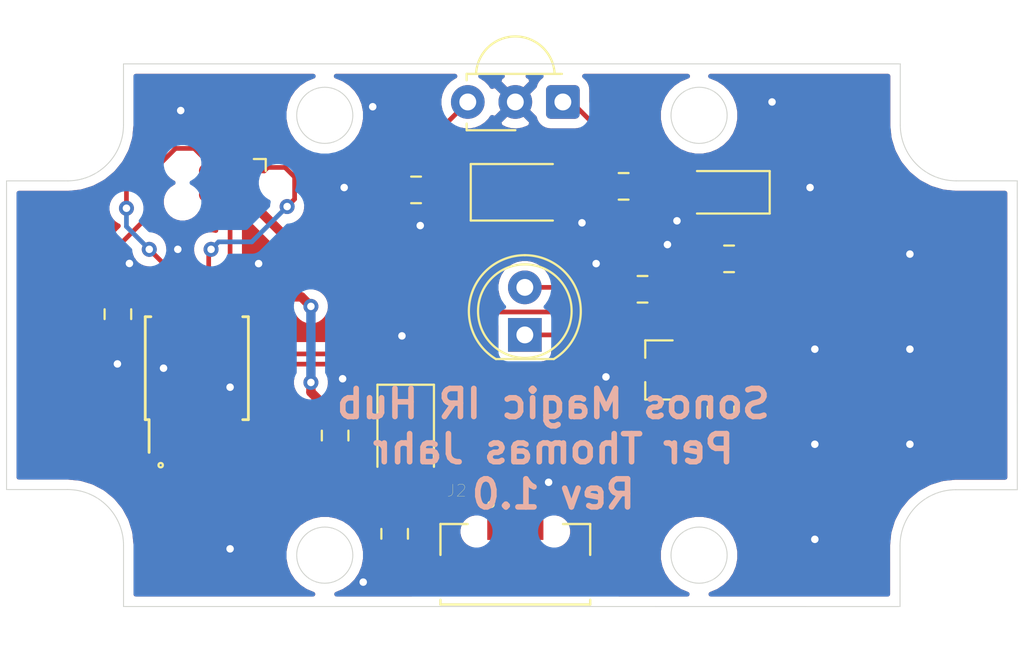
<source format=kicad_pcb>
(kicad_pcb (version 20171130) (host pcbnew 5.1.5-1.fc30)

  (general
    (thickness 1.6)
    (drawings 22)
    (tracks 158)
    (zones 0)
    (modules 18)
    (nets 17)
  )

  (page A4)
  (layers
    (0 F.Cu signal)
    (31 B.Cu signal)
    (32 B.Adhes user)
    (33 F.Adhes user)
    (34 B.Paste user)
    (35 F.Paste user)
    (36 B.SilkS user)
    (37 F.SilkS user)
    (38 B.Mask user)
    (39 F.Mask user)
    (40 Dwgs.User user)
    (41 Cmts.User user)
    (42 Eco1.User user)
    (43 Eco2.User user)
    (44 Edge.Cuts user)
    (45 Margin user)
    (46 B.CrtYd user)
    (47 F.CrtYd user)
    (48 B.Fab user)
    (49 F.Fab user)
  )

  (setup
    (last_trace_width 0.25)
    (user_trace_width 0.5)
    (user_trace_width 0.6)
    (trace_clearance 0.2)
    (zone_clearance 0.508)
    (zone_45_only no)
    (trace_min 0.2)
    (via_size 0.8)
    (via_drill 0.4)
    (via_min_size 0.4)
    (via_min_drill 0.3)
    (uvia_size 0.3)
    (uvia_drill 0.1)
    (uvias_allowed no)
    (uvia_min_size 0.2)
    (uvia_min_drill 0.1)
    (edge_width 0.05)
    (segment_width 0.2)
    (pcb_text_width 0.3)
    (pcb_text_size 1.5 1.5)
    (mod_edge_width 0.12)
    (mod_text_size 1 1)
    (mod_text_width 0.15)
    (pad_size 1.524 1.524)
    (pad_drill 0.762)
    (pad_to_mask_clearance 0.051)
    (solder_mask_min_width 0.25)
    (aux_axis_origin 0 0)
    (grid_origin 92.55 116.18)
    (visible_elements FFFFFF7F)
    (pcbplotparams
      (layerselection 0x010fc_ffffffff)
      (usegerberextensions false)
      (usegerberattributes false)
      (usegerberadvancedattributes false)
      (creategerberjobfile false)
      (excludeedgelayer true)
      (linewidth 0.100000)
      (plotframeref false)
      (viasonmask false)
      (mode 1)
      (useauxorigin false)
      (hpglpennumber 1)
      (hpglpenspeed 20)
      (hpglpendiameter 15.000000)
      (psnegative false)
      (psa4output false)
      (plotreference true)
      (plotvalue true)
      (plotinvisibletext false)
      (padsonsilk false)
      (subtractmaskfromsilk false)
      (outputformat 1)
      (mirror false)
      (drillshape 1)
      (scaleselection 1)
      (outputdirectory ""))
  )

  (net 0 "")
  (net 1 GND)
  (net 2 VCC)
  (net 3 "Net-(D1-Pad2)")
  (net 4 "Net-(D1-Pad1)")
  (net 5 "Net-(D2-Pad2)")
  (net 6 /RESET)
  (net 7 /MOSI)
  (net 8 /LED_RX)
  (net 9 "Net-(Q1-Pad1)")
  (net 10 /LED_TX)
  (net 11 "Net-(R3-Pad2)")
  (net 12 /INDICATOR_LED)
  (net 13 "Net-(F1-Pad2)")
  (net 14 /MISO)
  (net 15 "Net-(J2-PadS1)")
  (net 16 "Net-(R4-Pad1)")

  (net_class Default "This is the default net class."
    (clearance 0.2)
    (trace_width 0.25)
    (via_dia 0.8)
    (via_drill 0.4)
    (uvia_dia 0.3)
    (uvia_drill 0.1)
    (add_net /INDICATOR_LED)
    (add_net /LED_RX)
    (add_net /LED_TX)
    (add_net /MISO)
    (add_net /MOSI)
    (add_net /RESET)
    (add_net GND)
    (add_net "Net-(D1-Pad1)")
    (add_net "Net-(D1-Pad2)")
    (add_net "Net-(D2-Pad2)")
    (add_net "Net-(F1-Pad2)")
    (add_net "Net-(J2-PadS1)")
    (add_net "Net-(Q1-Pad1)")
    (add_net "Net-(R3-Pad2)")
    (add_net "Net-(R4-Pad1)")
    (add_net VCC)
  )

  (module OptoDevice:Vishay_MINICAST-3Pin (layer F.Cu) (tedit 5B8886B7) (tstamp 5EADA2B6)
    (at 122.268 118.212 180)
    (descr "IR Receiver Vishay TSOP-xxxx, MINICAST package, see https://www.vishay.com/docs/82669/tsop32s40f.pdf")
    (tags "IR Receiver Vishay TSOP-xxxx MINICAST")
    (path /5E7A7924)
    (fp_text reference U2 (at 2.5 -2.4 180) (layer F.Fab)
      (effects (font (size 1 1) (thickness 0.15)))
    )
    (fp_text value TSOP38238 (at 2.55 4.6 180) (layer F.Fab)
      (effects (font (size 1 1) (thickness 0.15)))
    )
    (fp_line (start 0.79 -1.4) (end 0.04 -0.65) (layer F.Fab) (width 0.1))
    (fp_arc (start 2.54 1.4) (end 4.54 1.4) (angle 180) (layer F.Fab) (width 0.1))
    (fp_arc (start 2.54 1.4) (end 4.64 1.5) (angle 174.5) (layer F.SilkS) (width 0.12))
    (fp_line (start 6.23 3.7) (end -1.15 3.7) (layer F.CrtYd) (width 0.05))
    (fp_line (start 6.23 3.7) (end 6.23 -1.65) (layer F.CrtYd) (width 0.05))
    (fp_line (start -1.15 -1.65) (end -1.15 3.7) (layer F.CrtYd) (width 0.05))
    (fp_line (start -1.15 -1.65) (end 6.23 -1.65) (layer F.CrtYd) (width 0.05))
    (fp_line (start 0.04 1.4) (end 0.04 -0.65) (layer F.Fab) (width 0.1))
    (fp_line (start 5.04 1.4) (end 0.04 1.4) (layer F.Fab) (width 0.1))
    (fp_line (start 5.04 -1.4) (end 5.04 1.4) (layer F.Fab) (width 0.1))
    (fp_line (start 0.79 -1.4) (end 5.04 -1.4) (layer F.Fab) (width 0.1))
    (fp_line (start 5.14 1.5) (end 0.05 1.5) (layer F.SilkS) (width 0.12))
    (fp_line (start 5.14 1.16) (end 5.14 1.5) (layer F.SilkS) (width 0.12))
    (fp_line (start 5.14 -1.51) (end 2.54 -1.51) (layer F.SilkS) (width 0.12))
    (fp_line (start 5.14 -1.16) (end 5.14 -1.51) (layer F.SilkS) (width 0.12))
    (fp_text user %R (at 2.54 0) (layer F.Fab)
      (effects (font (size 1 1) (thickness 0.15)))
    )
    (pad 3 thru_hole circle (at 5.08 0 180) (size 1.8 1.8) (drill 0.9) (layers *.Cu *.Mask)
      (net 11 "Net-(R3-Pad2)"))
    (pad 2 thru_hole circle (at 2.54 0 180) (size 1.8 1.8) (drill 0.9) (layers *.Cu *.Mask)
      (net 1 GND))
    (pad 1 thru_hole roundrect (at 0 0 180) (size 1.8 1.8) (drill 0.9) (layers *.Cu *.Mask) (roundrect_rratio 0.139)
      (net 16 "Net-(R4-Pad1)"))
    (model ${KISYS3DMOD}/OptoDevice.3dshapes/Vishay_MINICAST-3Pin.wrl
      (at (xyz 0 0 0))
      (scale (xyz 1 1 1))
      (rotate (xyz 0 0 0))
    )
  )

  (module Package_SO:SOIJ-8_5.3x5.3mm_P1.27mm (layer F.Cu) (tedit 5A02F2D3) (tstamp 5EAC8651)
    (at 102.71 132.436 90)
    (descr "8-Lead Plastic Small Outline (SM) - Medium, 5.28 mm Body [SOIC] (see Microchip Packaging Specification 00000049BS.pdf)")
    (tags "SOIC 1.27")
    (path /5EC174B7)
    (attr smd)
    (fp_text reference U1 (at -6.35 0.254 180) (layer F.Fab)
      (effects (font (size 1 1) (thickness 0.15)))
    )
    (fp_text value ATtiny85V-10SU (at 0 3.68 90) (layer F.Fab)
      (effects (font (size 1 1) (thickness 0.15)))
    )
    (fp_line (start -2.75 -2.55) (end -4.5 -2.55) (layer F.SilkS) (width 0.15))
    (fp_line (start -2.75 2.755) (end 2.75 2.755) (layer F.SilkS) (width 0.15))
    (fp_line (start -2.75 -2.755) (end 2.75 -2.755) (layer F.SilkS) (width 0.15))
    (fp_line (start -2.75 2.755) (end -2.75 2.455) (layer F.SilkS) (width 0.15))
    (fp_line (start 2.75 2.755) (end 2.75 2.455) (layer F.SilkS) (width 0.15))
    (fp_line (start 2.75 -2.755) (end 2.75 -2.455) (layer F.SilkS) (width 0.15))
    (fp_line (start -2.75 -2.755) (end -2.75 -2.55) (layer F.SilkS) (width 0.15))
    (fp_line (start -4.75 2.95) (end 4.75 2.95) (layer F.CrtYd) (width 0.05))
    (fp_line (start -4.75 -2.95) (end 4.75 -2.95) (layer F.CrtYd) (width 0.05))
    (fp_line (start 4.75 -2.95) (end 4.75 2.95) (layer F.CrtYd) (width 0.05))
    (fp_line (start -4.75 -2.95) (end -4.75 2.95) (layer F.CrtYd) (width 0.05))
    (fp_line (start -2.65 -1.65) (end -1.65 -2.65) (layer F.Fab) (width 0.15))
    (fp_line (start -2.65 2.65) (end -2.65 -1.65) (layer F.Fab) (width 0.15))
    (fp_line (start 2.65 2.65) (end -2.65 2.65) (layer F.Fab) (width 0.15))
    (fp_line (start 2.65 -2.65) (end 2.65 2.65) (layer F.Fab) (width 0.15))
    (fp_line (start -1.65 -2.65) (end 2.65 -2.65) (layer F.Fab) (width 0.15))
    (fp_text user %R (at 0 0 90) (layer F.Fab)
      (effects (font (size 1 1) (thickness 0.15)))
    )
    (pad 8 smd rect (at 3.65 -1.905 90) (size 1.7 0.65) (layers F.Cu F.Paste F.Mask)
      (net 2 VCC))
    (pad 7 smd rect (at 3.65 -0.635 90) (size 1.7 0.65) (layers F.Cu F.Paste F.Mask)
      (net 8 /LED_RX))
    (pad 6 smd rect (at 3.65 0.635 90) (size 1.7 0.65) (layers F.Cu F.Paste F.Mask)
      (net 14 /MISO))
    (pad 5 smd rect (at 3.65 1.905 90) (size 1.7 0.65) (layers F.Cu F.Paste F.Mask)
      (net 7 /MOSI))
    (pad 4 smd rect (at -3.65 1.905 90) (size 1.7 0.65) (layers F.Cu F.Paste F.Mask)
      (net 1 GND))
    (pad 3 smd rect (at -3.65 0.635 90) (size 1.7 0.65) (layers F.Cu F.Paste F.Mask)
      (net 10 /LED_TX))
    (pad 2 smd rect (at -3.65 -0.635 90) (size 1.7 0.65) (layers F.Cu F.Paste F.Mask)
      (net 12 /INDICATOR_LED))
    (pad 1 smd rect (at -3.65 -1.905 90) (size 1.7 0.65) (layers F.Cu F.Paste F.Mask)
      (net 6 /RESET))
    (model ${KISYS3DMOD}/Package_SO.3dshapes/SOIJ-8_5.3x5.3mm_P1.27mm.wrl
      (at (xyz 0 0 0))
      (scale (xyz 1 1 1))
      (rotate (xyz 0 0 0))
    )
  )

  (module Resistor_SMD:R_0805_2012Metric_Pad1.15x1.40mm_HandSolder (layer F.Cu) (tedit 5B36C52B) (tstamp 5EADAD8F)
    (at 126.525 128.22 180)
    (descr "Resistor SMD 0805 (2012 Metric), square (rectangular) end terminal, IPC_7351 nominal with elongated pad for handsoldering. (Body size source: https://docs.google.com/spreadsheets/d/1BsfQQcO9C6DZCsRaXUlFlo91Tg2WpOkGARC1WS5S8t0/edit?usp=sharing), generated with kicad-footprint-generator")
    (tags "resistor handsolder")
    (path /5EB8E1F2)
    (attr smd)
    (fp_text reference R6 (at 0 -1.65) (layer F.Fab)
      (effects (font (size 1 1) (thickness 0.15)))
    )
    (fp_text value 35 (at 0 1.65) (layer F.Fab)
      (effects (font (size 1 1) (thickness 0.15)))
    )
    (fp_text user %R (at 0 0) (layer F.Fab)
      (effects (font (size 0.5 0.5) (thickness 0.08)))
    )
    (fp_line (start 1.85 0.95) (end -1.85 0.95) (layer F.CrtYd) (width 0.05))
    (fp_line (start 1.85 -0.95) (end 1.85 0.95) (layer F.CrtYd) (width 0.05))
    (fp_line (start -1.85 -0.95) (end 1.85 -0.95) (layer F.CrtYd) (width 0.05))
    (fp_line (start -1.85 0.95) (end -1.85 -0.95) (layer F.CrtYd) (width 0.05))
    (fp_line (start -0.261252 0.71) (end 0.261252 0.71) (layer F.SilkS) (width 0.12))
    (fp_line (start -0.261252 -0.71) (end 0.261252 -0.71) (layer F.SilkS) (width 0.12))
    (fp_line (start 1 0.6) (end -1 0.6) (layer F.Fab) (width 0.1))
    (fp_line (start 1 -0.6) (end 1 0.6) (layer F.Fab) (width 0.1))
    (fp_line (start -1 -0.6) (end 1 -0.6) (layer F.Fab) (width 0.1))
    (fp_line (start -1 0.6) (end -1 -0.6) (layer F.Fab) (width 0.1))
    (pad 2 smd roundrect (at 1.025 0 180) (size 1.15 1.4) (layers F.Cu F.Paste F.Mask) (roundrect_rratio 0.217391)
      (net 3 "Net-(D1-Pad2)"))
    (pad 1 smd roundrect (at -1.025 0 180) (size 1.15 1.4) (layers F.Cu F.Paste F.Mask) (roundrect_rratio 0.217391)
      (net 2 VCC))
    (model ${KISYS3DMOD}/Resistor_SMD.3dshapes/R_0805_2012Metric.wrl
      (at (xyz 0 0 0))
      (scale (xyz 1 1 1))
      (rotate (xyz 0 0 0))
    )
  )

  (module Resistor_SMD:R_0805_2012Metric_Pad1.15x1.40mm_HandSolder (layer F.Cu) (tedit 5B36C52B) (tstamp 5EACAFB0)
    (at 131.149 126.594 180)
    (descr "Resistor SMD 0805 (2012 Metric), square (rectangular) end terminal, IPC_7351 nominal with elongated pad for handsoldering. (Body size source: https://docs.google.com/spreadsheets/d/1BsfQQcO9C6DZCsRaXUlFlo91Tg2WpOkGARC1WS5S8t0/edit?usp=sharing), generated with kicad-footprint-generator")
    (tags "resistor handsolder")
    (path /5EA75BC2)
    (attr smd)
    (fp_text reference R5 (at -3.057 0) (layer F.Fab)
      (effects (font (size 1 1) (thickness 0.15)))
    )
    (fp_text value 220 (at -5.851 0) (layer F.Fab)
      (effects (font (size 1 1) (thickness 0.15)))
    )
    (fp_text user %R (at 0 0) (layer F.Fab)
      (effects (font (size 0.5 0.5) (thickness 0.08)))
    )
    (fp_line (start 1.85 0.95) (end -1.85 0.95) (layer F.CrtYd) (width 0.05))
    (fp_line (start 1.85 -0.95) (end 1.85 0.95) (layer F.CrtYd) (width 0.05))
    (fp_line (start -1.85 -0.95) (end 1.85 -0.95) (layer F.CrtYd) (width 0.05))
    (fp_line (start -1.85 0.95) (end -1.85 -0.95) (layer F.CrtYd) (width 0.05))
    (fp_line (start -0.261252 0.71) (end 0.261252 0.71) (layer F.SilkS) (width 0.12))
    (fp_line (start -0.261252 -0.71) (end 0.261252 -0.71) (layer F.SilkS) (width 0.12))
    (fp_line (start 1 0.6) (end -1 0.6) (layer F.Fab) (width 0.1))
    (fp_line (start 1 -0.6) (end 1 0.6) (layer F.Fab) (width 0.1))
    (fp_line (start -1 -0.6) (end 1 -0.6) (layer F.Fab) (width 0.1))
    (fp_line (start -1 0.6) (end -1 -0.6) (layer F.Fab) (width 0.1))
    (pad 2 smd roundrect (at 1.025 0 180) (size 1.15 1.4) (layers F.Cu F.Paste F.Mask) (roundrect_rratio 0.217391)
      (net 5 "Net-(D2-Pad2)"))
    (pad 1 smd roundrect (at -1.025 0 180) (size 1.15 1.4) (layers F.Cu F.Paste F.Mask) (roundrect_rratio 0.217391)
      (net 12 /INDICATOR_LED))
    (model ${KISYS3DMOD}/Resistor_SMD.3dshapes/R_0805_2012Metric.wrl
      (at (xyz 0 0 0))
      (scale (xyz 1 1 1))
      (rotate (xyz 0 0 0))
    )
  )

  (module Resistor_SMD:R_0805_2012Metric_Pad1.15x1.40mm_HandSolder (layer F.Cu) (tedit 5B36C52B) (tstamp 5EC626CD)
    (at 125.515 122.72 180)
    (descr "Resistor SMD 0805 (2012 Metric), square (rectangular) end terminal, IPC_7351 nominal with elongated pad for handsoldering. (Body size source: https://docs.google.com/spreadsheets/d/1BsfQQcO9C6DZCsRaXUlFlo91Tg2WpOkGARC1WS5S8t0/edit?usp=sharing), generated with kicad-footprint-generator")
    (tags "resistor handsolder")
    (path /5EAA1F33)
    (attr smd)
    (fp_text reference R4 (at 0 -1.65) (layer F.Fab)
      (effects (font (size 1 1) (thickness 0.15)))
    )
    (fp_text value 10K (at 0 1.65) (layer F.Fab)
      (effects (font (size 1 1) (thickness 0.15)))
    )
    (fp_text user %R (at 0 0) (layer F.Fab)
      (effects (font (size 0.5 0.5) (thickness 0.08)))
    )
    (fp_line (start 1.85 0.95) (end -1.85 0.95) (layer F.CrtYd) (width 0.05))
    (fp_line (start 1.85 -0.95) (end 1.85 0.95) (layer F.CrtYd) (width 0.05))
    (fp_line (start -1.85 -0.95) (end 1.85 -0.95) (layer F.CrtYd) (width 0.05))
    (fp_line (start -1.85 0.95) (end -1.85 -0.95) (layer F.CrtYd) (width 0.05))
    (fp_line (start -0.261252 0.71) (end 0.261252 0.71) (layer F.SilkS) (width 0.12))
    (fp_line (start -0.261252 -0.71) (end 0.261252 -0.71) (layer F.SilkS) (width 0.12))
    (fp_line (start 1 0.6) (end -1 0.6) (layer F.Fab) (width 0.1))
    (fp_line (start 1 -0.6) (end 1 0.6) (layer F.Fab) (width 0.1))
    (fp_line (start -1 -0.6) (end 1 -0.6) (layer F.Fab) (width 0.1))
    (fp_line (start -1 0.6) (end -1 -0.6) (layer F.Fab) (width 0.1))
    (pad 2 smd roundrect (at 1.025 0 180) (size 1.15 1.4) (layers F.Cu F.Paste F.Mask) (roundrect_rratio 0.217391)
      (net 8 /LED_RX))
    (pad 1 smd roundrect (at -1.025 0 180) (size 1.15 1.4) (layers F.Cu F.Paste F.Mask) (roundrect_rratio 0.217391)
      (net 16 "Net-(R4-Pad1)"))
    (model ${KISYS3DMOD}/Resistor_SMD.3dshapes/R_0805_2012Metric.wrl
      (at (xyz 0 0 0))
      (scale (xyz 1 1 1))
      (rotate (xyz 0 0 0))
    )
  )

  (module Resistor_SMD:R_0805_2012Metric_Pad1.15x1.40mm_HandSolder (layer F.Cu) (tedit 5B36C52B) (tstamp 5EC62619)
    (at 114.425 122.91)
    (descr "Resistor SMD 0805 (2012 Metric), square (rectangular) end terminal, IPC_7351 nominal with elongated pad for handsoldering. (Body size source: https://docs.google.com/spreadsheets/d/1BsfQQcO9C6DZCsRaXUlFlo91Tg2WpOkGARC1WS5S8t0/edit?usp=sharing), generated with kicad-footprint-generator")
    (tags "resistor handsolder")
    (path /5EA40195)
    (attr smd)
    (fp_text reference R3 (at 0 -1.65) (layer F.Fab)
      (effects (font (size 1 1) (thickness 0.15)))
    )
    (fp_text value 220 (at 0 1.65) (layer F.Fab)
      (effects (font (size 1 1) (thickness 0.15)))
    )
    (fp_text user %R (at 0 0 180) (layer F.Fab)
      (effects (font (size 0.5 0.5) (thickness 0.08)))
    )
    (fp_line (start 1.85 0.95) (end -1.85 0.95) (layer F.CrtYd) (width 0.05))
    (fp_line (start 1.85 -0.95) (end 1.85 0.95) (layer F.CrtYd) (width 0.05))
    (fp_line (start -1.85 -0.95) (end 1.85 -0.95) (layer F.CrtYd) (width 0.05))
    (fp_line (start -1.85 0.95) (end -1.85 -0.95) (layer F.CrtYd) (width 0.05))
    (fp_line (start -0.261252 0.71) (end 0.261252 0.71) (layer F.SilkS) (width 0.12))
    (fp_line (start -0.261252 -0.71) (end 0.261252 -0.71) (layer F.SilkS) (width 0.12))
    (fp_line (start 1 0.6) (end -1 0.6) (layer F.Fab) (width 0.1))
    (fp_line (start 1 -0.6) (end 1 0.6) (layer F.Fab) (width 0.1))
    (fp_line (start -1 -0.6) (end 1 -0.6) (layer F.Fab) (width 0.1))
    (fp_line (start -1 0.6) (end -1 -0.6) (layer F.Fab) (width 0.1))
    (pad 2 smd roundrect (at 1.025 0) (size 1.15 1.4) (layers F.Cu F.Paste F.Mask) (roundrect_rratio 0.217391)
      (net 11 "Net-(R3-Pad2)"))
    (pad 1 smd roundrect (at -1.025 0) (size 1.15 1.4) (layers F.Cu F.Paste F.Mask) (roundrect_rratio 0.217391)
      (net 2 VCC))
    (model ${KISYS3DMOD}/Resistor_SMD.3dshapes/R_0805_2012Metric.wrl
      (at (xyz 0 0 0))
      (scale (xyz 1 1 1))
      (rotate (xyz 0 0 0))
    )
  )

  (module Resistor_SMD:R_0805_2012Metric_Pad1.15x1.40mm_HandSolder (layer F.Cu) (tedit 5B36C52B) (tstamp 5EAC85F0)
    (at 113.28 141.285 270)
    (descr "Resistor SMD 0805 (2012 Metric), square (rectangular) end terminal, IPC_7351 nominal with elongated pad for handsoldering. (Body size source: https://docs.google.com/spreadsheets/d/1BsfQQcO9C6DZCsRaXUlFlo91Tg2WpOkGARC1WS5S8t0/edit?usp=sharing), generated with kicad-footprint-generator")
    (tags "resistor handsolder")
    (path /5EAD25A4)
    (attr smd)
    (fp_text reference R2 (at 3.17282 0.00868 180) (layer F.Fab)
      (effects (font (size 1 1) (thickness 0.15)))
    )
    (fp_text value 0 (at 0 1.65 90) (layer F.Fab)
      (effects (font (size 1 1) (thickness 0.15)))
    )
    (fp_text user %R (at 0 0 90) (layer F.Fab)
      (effects (font (size 0.5 0.5) (thickness 0.08)))
    )
    (fp_line (start 1.85 0.95) (end -1.85 0.95) (layer F.CrtYd) (width 0.05))
    (fp_line (start 1.85 -0.95) (end 1.85 0.95) (layer F.CrtYd) (width 0.05))
    (fp_line (start -1.85 -0.95) (end 1.85 -0.95) (layer F.CrtYd) (width 0.05))
    (fp_line (start -1.85 0.95) (end -1.85 -0.95) (layer F.CrtYd) (width 0.05))
    (fp_line (start -0.261252 0.71) (end 0.261252 0.71) (layer F.SilkS) (width 0.12))
    (fp_line (start -0.261252 -0.71) (end 0.261252 -0.71) (layer F.SilkS) (width 0.12))
    (fp_line (start 1 0.6) (end -1 0.6) (layer F.Fab) (width 0.1))
    (fp_line (start 1 -0.6) (end 1 0.6) (layer F.Fab) (width 0.1))
    (fp_line (start -1 -0.6) (end 1 -0.6) (layer F.Fab) (width 0.1))
    (fp_line (start -1 0.6) (end -1 -0.6) (layer F.Fab) (width 0.1))
    (pad 2 smd roundrect (at 1.025 0 270) (size 1.15 1.4) (layers F.Cu F.Paste F.Mask) (roundrect_rratio 0.217391)
      (net 15 "Net-(J2-PadS1)"))
    (pad 1 smd roundrect (at -1.025 0 270) (size 1.15 1.4) (layers F.Cu F.Paste F.Mask) (roundrect_rratio 0.217391)
      (net 1 GND))
    (model ${KISYS3DMOD}/Resistor_SMD.3dshapes/R_0805_2012Metric.wrl
      (at (xyz 0 0 0))
      (scale (xyz 1 1 1))
      (rotate (xyz 0 0 0))
    )
  )

  (module Resistor_SMD:R_0805_2012Metric_Pad1.15x1.40mm_HandSolder (layer F.Cu) (tedit 5B36C52B) (tstamp 5EC5C836)
    (at 130.72 134.745 90)
    (descr "Resistor SMD 0805 (2012 Metric), square (rectangular) end terminal, IPC_7351 nominal with elongated pad for handsoldering. (Body size source: https://docs.google.com/spreadsheets/d/1BsfQQcO9C6DZCsRaXUlFlo91Tg2WpOkGARC1WS5S8t0/edit?usp=sharing), generated with kicad-footprint-generator")
    (tags "resistor handsolder")
    (path /5EB848CE)
    (attr smd)
    (fp_text reference R1 (at -1.585 2.01) (layer F.Fab)
      (effects (font (size 1 1) (thickness 0.15)))
    )
    (fp_text value 1K (at 0 1.65 90) (layer F.Fab)
      (effects (font (size 1 1) (thickness 0.15)))
    )
    (fp_text user %R (at 0 0 90) (layer F.Fab)
      (effects (font (size 0.5 0.5) (thickness 0.08)))
    )
    (fp_line (start 1.85 0.95) (end -1.85 0.95) (layer F.CrtYd) (width 0.05))
    (fp_line (start 1.85 -0.95) (end 1.85 0.95) (layer F.CrtYd) (width 0.05))
    (fp_line (start -1.85 -0.95) (end 1.85 -0.95) (layer F.CrtYd) (width 0.05))
    (fp_line (start -1.85 0.95) (end -1.85 -0.95) (layer F.CrtYd) (width 0.05))
    (fp_line (start -0.261252 0.71) (end 0.261252 0.71) (layer F.SilkS) (width 0.12))
    (fp_line (start -0.261252 -0.71) (end 0.261252 -0.71) (layer F.SilkS) (width 0.12))
    (fp_line (start 1 0.6) (end -1 0.6) (layer F.Fab) (width 0.1))
    (fp_line (start 1 -0.6) (end 1 0.6) (layer F.Fab) (width 0.1))
    (fp_line (start -1 -0.6) (end 1 -0.6) (layer F.Fab) (width 0.1))
    (fp_line (start -1 0.6) (end -1 -0.6) (layer F.Fab) (width 0.1))
    (pad 2 smd roundrect (at 1.025 0 90) (size 1.15 1.4) (layers F.Cu F.Paste F.Mask) (roundrect_rratio 0.217391)
      (net 9 "Net-(Q1-Pad1)"))
    (pad 1 smd roundrect (at -1.025 0 90) (size 1.15 1.4) (layers F.Cu F.Paste F.Mask) (roundrect_rratio 0.217391)
      (net 10 /LED_TX))
    (model ${KISYS3DMOD}/Resistor_SMD.3dshapes/R_0805_2012Metric.wrl
      (at (xyz 0 0 0))
      (scale (xyz 1 1 1))
      (rotate (xyz 0 0 0))
    )
  )

  (module Package_TO_SOT_SMD:SOT-23 (layer F.Cu) (tedit 5A02FF57) (tstamp 5EC5C79E)
    (at 127.43 132.53 180)
    (descr "SOT-23, Standard")
    (tags SOT-23)
    (path /5EB8350D)
    (attr smd)
    (fp_text reference Q1 (at 0 -2.5) (layer F.Fab)
      (effects (font (size 1 1) (thickness 0.15)))
    )
    (fp_text value MMBT3904 (at 0 2.5) (layer F.Fab)
      (effects (font (size 1 1) (thickness 0.15)))
    )
    (fp_line (start 0.76 1.58) (end -0.7 1.58) (layer F.SilkS) (width 0.12))
    (fp_line (start 0.76 -1.58) (end -1.4 -1.58) (layer F.SilkS) (width 0.12))
    (fp_line (start -1.7 1.75) (end -1.7 -1.75) (layer F.CrtYd) (width 0.05))
    (fp_line (start 1.7 1.75) (end -1.7 1.75) (layer F.CrtYd) (width 0.05))
    (fp_line (start 1.7 -1.75) (end 1.7 1.75) (layer F.CrtYd) (width 0.05))
    (fp_line (start -1.7 -1.75) (end 1.7 -1.75) (layer F.CrtYd) (width 0.05))
    (fp_line (start 0.76 -1.58) (end 0.76 -0.65) (layer F.SilkS) (width 0.12))
    (fp_line (start 0.76 1.58) (end 0.76 0.65) (layer F.SilkS) (width 0.12))
    (fp_line (start -0.7 1.52) (end 0.7 1.52) (layer F.Fab) (width 0.1))
    (fp_line (start 0.7 -1.52) (end 0.7 1.52) (layer F.Fab) (width 0.1))
    (fp_line (start -0.7 -0.95) (end -0.15 -1.52) (layer F.Fab) (width 0.1))
    (fp_line (start -0.15 -1.52) (end 0.7 -1.52) (layer F.Fab) (width 0.1))
    (fp_line (start -0.7 -0.95) (end -0.7 1.5) (layer F.Fab) (width 0.1))
    (fp_text user %R (at 0 0 90) (layer F.Fab)
      (effects (font (size 0.5 0.5) (thickness 0.075)))
    )
    (pad 3 smd rect (at 1 0 180) (size 0.9 0.8) (layers F.Cu F.Paste F.Mask)
      (net 4 "Net-(D1-Pad1)"))
    (pad 2 smd rect (at -1 0.95 180) (size 0.9 0.8) (layers F.Cu F.Paste F.Mask)
      (net 1 GND))
    (pad 1 smd rect (at -1 -0.95 180) (size 0.9 0.8) (layers F.Cu F.Paste F.Mask)
      (net 9 "Net-(Q1-Pad1)"))
    (model ${KISYS3DMOD}/Package_TO_SOT_SMD.3dshapes/SOT-23.wrl
      (at (xyz 0 0 0))
      (scale (xyz 1 1 1))
      (rotate (xyz 0 0 0))
    )
  )

  (module WE_629105136821:WE_629105136821 (layer F.Cu) (tedit 5EABD7DE) (tstamp 5EAC85B9)
    (at 119.728 143.612)
    (descr "WR-COM SMT Horizontal 5 Contacts Micro USB Type B, 5 pins")
    (path /5EACD97F)
    (fp_text reference J2 (at -3.131 -4.6353) (layer F.SilkS)
      (effects (font (size 0.64 0.64) (thickness 0.015)))
    )
    (fp_text value 629105136821 (at 0.933 3.579) (layer F.Fab)
      (effects (font (size 0.64 0.64) (thickness 0.015)))
    )
    (fp_line (start -4 1.45) (end 4 1.45) (layer F.SilkS) (width 0.127))
    (fp_line (start 4 -2.85) (end 2.55 -2.85) (layer F.SilkS) (width 0.127))
    (fp_line (start -4 -2.85) (end -2.55 -2.85) (layer F.SilkS) (width 0.127))
    (fp_circle (center -1.3 -3.9) (end -1.2 -3.9) (layer F.Fab) (width 0.2))
    (fp_circle (center -1.3 -3.9) (end -1.2 -3.9) (layer F.SilkS) (width 0.2))
    (fp_line (start 5.15 3) (end -5.15 3) (layer F.CrtYd) (width 0.05))
    (fp_line (start 5.15 -3.6) (end 5.15 3) (layer F.CrtYd) (width 0.05))
    (fp_line (start -5.15 -3.6) (end 5.15 -3.6) (layer F.CrtYd) (width 0.05))
    (fp_line (start -5.15 3) (end -5.15 -3.6) (layer F.CrtYd) (width 0.05))
    (fp_line (start -4 1.45) (end 7 1.45) (layer F.Fab) (width 0.127))
    (fp_line (start 4 1.2) (end 4 1.45) (layer F.SilkS) (width 0.127))
    (fp_line (start -4 1.2) (end -4 1.45) (layer F.SilkS) (width 0.127))
    (fp_line (start 4 -2.85) (end 4 -1.2) (layer F.SilkS) (width 0.127))
    (fp_line (start -4 -2.85) (end -4 -1.2) (layer F.SilkS) (width 0.127))
    (fp_line (start -4 1.45) (end -4 -2.85) (layer F.Fab) (width 0.127))
    (fp_text user CONNECTOR~EDGE (at -1.605 2.61) (layer F.Fab)
      (effects (font (size 0.2 0.2) (thickness 0.015)))
    )
    (fp_text user PCB~EDGE (at 5.14 1.34) (layer F.Fab)
      (effects (font (size 0.2 0.2) (thickness 0.015)))
    )
    (fp_line (start -4 2.75) (end -4 1.45) (layer F.Fab) (width 0.127))
    (fp_line (start 4 2.75) (end -4 2.75) (layer F.Fab) (width 0.127))
    (fp_line (start 4 -2.85) (end 4 2.75) (layer F.Fab) (width 0.127))
    (fp_line (start -4 -2.85) (end 4 -2.85) (layer F.Fab) (width 0.127))
    (pad None np_thru_hole circle (at 2.075 -2.45) (size 0.7 0.7) (drill 0.7) (layers *.Cu *.Mask))
    (pad None np_thru_hole circle (at -2.075 -2.45) (size 0.7 0.7) (drill 0.7) (layers *.Cu *.Mask))
    (pad S1 smd rect (at -4 0) (size 1.8 1.9) (layers F.Cu F.Paste F.Mask)
      (net 15 "Net-(J2-PadS1)"))
    (pad S2 smd rect (at -1.2 0) (size 1.9 1.9) (layers F.Cu F.Paste F.Mask)
      (net 15 "Net-(J2-PadS1)"))
    (pad S3 smd rect (at 1.2 0) (size 1.9 1.9) (layers F.Cu F.Paste F.Mask)
      (net 15 "Net-(J2-PadS1)"))
    (pad S4 smd rect (at 4 0) (size 1.8 1.9) (layers F.Cu F.Paste F.Mask)
      (net 15 "Net-(J2-PadS1)"))
    (pad 5 smd rect (at 1.3 -2.675) (size 0.4 1.35) (layers F.Cu F.Paste F.Mask)
      (net 1 GND))
    (pad 1 smd rect (at -1.3 -2.675) (size 0.4 1.35) (layers F.Cu F.Paste F.Mask)
      (net 13 "Net-(F1-Pad2)"))
    (pad 2 smd rect (at -0.65 -2.675) (size 0.4 1.35) (layers F.Cu F.Paste F.Mask))
    (pad 4 smd rect (at 0.65 -2.675) (size 0.4 1.35) (layers F.Cu F.Paste F.Mask))
    (pad 3 smd rect (at 0 -2.675) (size 0.4 1.35) (layers F.Cu F.Paste F.Mask))
  )

  (module Connector:Tag-Connect_TC2030-IDC-NL_2x03_P1.27mm_Vertical (layer F.Cu) (tedit 5A29CEA9) (tstamp 5EBD7F3D)
    (at 104.488 122.53 180)
    (descr "Tag-Connect programming header; http://www.tag-connect.com/Materials/TC2030-IDC-NL.pdf")
    (tags "tag connect programming header pogo pins")
    (path /5EAB33BE)
    (attr virtual)
    (fp_text reference J1 (at 0 4.064) (layer F.Fab)
      (effects (font (size 1 1) (thickness 0.15)))
    )
    (fp_text value AVR-ISP-6 (at 0 -2.3) (layer F.Fab)
      (effects (font (size 1 1) (thickness 0.15)))
    )
    (fp_text user KEEPOUT (at 0 0) (layer Cmts.User)
      (effects (font (size 0.4 0.4) (thickness 0.07)))
    )
    (fp_line (start 0.635 0.635) (end 1.27 0) (layer Dwgs.User) (width 0.1))
    (fp_line (start 0 0.635) (end 1.27 -0.635) (layer Dwgs.User) (width 0.1))
    (fp_line (start -0.635 0.635) (end 0.635 -0.635) (layer Dwgs.User) (width 0.1))
    (fp_line (start -1.27 0) (end -0.635 -0.635) (layer Dwgs.User) (width 0.1))
    (fp_line (start -1.27 0.635) (end 0 -0.635) (layer Dwgs.User) (width 0.1))
    (fp_line (start -1.27 -0.635) (end 1.27 -0.635) (layer Dwgs.User) (width 0.1))
    (fp_line (start 1.27 -0.635) (end 1.27 0.635) (layer Dwgs.User) (width 0.1))
    (fp_line (start 1.27 0.635) (end -1.27 0.635) (layer Dwgs.User) (width 0.1))
    (fp_line (start -1.27 0.635) (end -1.27 -0.635) (layer Dwgs.User) (width 0.1))
    (fp_text user %R (at 0 0) (layer F.Fab)
      (effects (font (size 1 1) (thickness 0.15)))
    )
    (fp_line (start -3.5 -2) (end 3.5 -2) (layer F.CrtYd) (width 0.05))
    (fp_line (start 3.5 -2) (end 3.5 2) (layer F.CrtYd) (width 0.05))
    (fp_line (start 3.5 2) (end -3.5 2) (layer F.CrtYd) (width 0.05))
    (fp_line (start -3.5 2) (end -3.5 -2) (layer F.CrtYd) (width 0.05))
    (fp_line (start -1.27 1.27) (end -1.905 1.27) (layer F.SilkS) (width 0.12))
    (fp_line (start -1.905 1.27) (end -1.905 0.635) (layer F.SilkS) (width 0.12))
    (pad 6 connect circle (at 1.27 -0.635 180) (size 0.7874 0.7874) (layers F.Cu F.Mask)
      (net 1 GND))
    (pad 5 connect circle (at 1.27 0.635 180) (size 0.7874 0.7874) (layers F.Cu F.Mask)
      (net 6 /RESET))
    (pad 4 connect circle (at 0 -0.635 180) (size 0.7874 0.7874) (layers F.Cu F.Mask)
      (net 7 /MOSI))
    (pad 3 connect circle (at 0 0.635 180) (size 0.7874 0.7874) (layers F.Cu F.Mask)
      (net 8 /LED_RX))
    (pad 2 connect circle (at -1.27 -0.635 180) (size 0.7874 0.7874) (layers F.Cu F.Mask)
      (net 2 VCC))
    (pad 1 connect circle (at -1.27 0.635 180) (size 0.7874 0.7874) (layers F.Cu F.Mask)
      (net 14 /MISO))
    (pad "" np_thru_hole circle (at -2.54 0 180) (size 0.9906 0.9906) (drill 0.9906) (layers *.Cu *.Mask))
    (pad "" np_thru_hole circle (at 2.54 1.016 180) (size 0.9906 0.9906) (drill 0.9906) (layers *.Cu *.Mask))
    (pad "" np_thru_hole circle (at 2.54 -1.016 180) (size 0.9906 0.9906) (drill 0.9906) (layers *.Cu *.Mask))
  )

  (module FUSM1812X02:FUSM1812X02 (layer F.Cu) (tedit 5EAC0BA1) (tstamp 5EAC8577)
    (at 118.458 135.738 270)
    (path /5EAF5A82)
    (fp_text reference F1 (at 0.254 -3.048 180) (layer F.Fab)
      (effects (font (size 1.000551 1.000551) (thickness 0.15)))
    )
    (fp_text value Polyfuse_Small (at 5.08912 3.18071 90) (layer F.Fab)
      (effects (font (size 1.001795 1.001795) (thickness 0.015)))
    )
    (fp_poly (pts (xy 1.44977 -1.649) (xy 2.3978 -1.649) (xy 2.3978 1.65325) (xy 1.44977 1.65325)) (layer F.Fab) (width 0.01))
    (fp_poly (pts (xy -2.38973 -1.649) (xy -1.4376 -1.649) (xy -1.4376 1.65247) (xy -2.38973 1.65247)) (layer F.Fab) (width 0.01))
    (fp_line (start -1.4478 1.6002) (end 1.4732 1.6002) (layer F.Fab) (width 0.1016))
    (fp_line (start -1.4732 -1.6002) (end 1.4732 -1.6002) (layer F.Fab) (width 0.1016))
    (pad 2 smd rect (at 1.95 0 270) (size 1.9 3.4) (layers F.Cu F.Paste F.Mask)
      (net 13 "Net-(F1-Pad2)"))
    (pad 1 smd rect (at -1.95 0 270) (size 1.9 3.4) (layers F.Cu F.Paste F.Mask)
      (net 2 VCC))
  )

  (module LED_SMD:LED_1206_3216Metric (layer F.Cu) (tedit 5B301BBE) (tstamp 5EACAF70)
    (at 131.034 123.038 180)
    (descr "LED SMD 1206 (3216 Metric), square (rectangular) end terminal, IPC_7351 nominal, (Body size source: http://www.tortai-tech.com/upload/download/2011102023233369053.pdf), generated with kicad-footprint-generator")
    (tags diode)
    (path /5EA6937A)
    (attr smd)
    (fp_text reference D2 (at -3.426 1.524) (layer F.Fab)
      (effects (font (size 1 1) (thickness 0.15)))
    )
    (fp_text value LED (at -6.22 1.524) (layer F.Fab)
      (effects (font (size 1 1) (thickness 0.15)))
    )
    (fp_text user %R (at 0 0) (layer F.Fab)
      (effects (font (size 0.8 0.8) (thickness 0.12)))
    )
    (fp_line (start 2.28 1.12) (end -2.28 1.12) (layer F.CrtYd) (width 0.05))
    (fp_line (start 2.28 -1.12) (end 2.28 1.12) (layer F.CrtYd) (width 0.05))
    (fp_line (start -2.28 -1.12) (end 2.28 -1.12) (layer F.CrtYd) (width 0.05))
    (fp_line (start -2.28 1.12) (end -2.28 -1.12) (layer F.CrtYd) (width 0.05))
    (fp_line (start -2.285 1.135) (end 1.6 1.135) (layer F.SilkS) (width 0.12))
    (fp_line (start -2.285 -1.135) (end -2.285 1.135) (layer F.SilkS) (width 0.12))
    (fp_line (start 1.6 -1.135) (end -2.285 -1.135) (layer F.SilkS) (width 0.12))
    (fp_line (start 1.6 0.8) (end 1.6 -0.8) (layer F.Fab) (width 0.1))
    (fp_line (start -1.6 0.8) (end 1.6 0.8) (layer F.Fab) (width 0.1))
    (fp_line (start -1.6 -0.4) (end -1.6 0.8) (layer F.Fab) (width 0.1))
    (fp_line (start -1.2 -0.8) (end -1.6 -0.4) (layer F.Fab) (width 0.1))
    (fp_line (start 1.6 -0.8) (end -1.2 -0.8) (layer F.Fab) (width 0.1))
    (pad 2 smd roundrect (at 1.4 0 180) (size 1.25 1.75) (layers F.Cu F.Paste F.Mask) (roundrect_rratio 0.2)
      (net 5 "Net-(D2-Pad2)"))
    (pad 1 smd roundrect (at -1.4 0 180) (size 1.25 1.75) (layers F.Cu F.Paste F.Mask) (roundrect_rratio 0.2)
      (net 1 GND))
    (model ${KISYS3DMOD}/LED_SMD.3dshapes/LED_1206_3216Metric.wrl
      (at (xyz 0 0 0))
      (scale (xyz 1 1 1))
      (rotate (xyz 0 0 0))
    )
  )

  (module LED_THT:LED_D5.0mm_IRGrey (layer F.Cu) (tedit 5A6C9BB8) (tstamp 5EADACF1)
    (at 120.236 130.658 90)
    (descr "LED, diameter 5.0mm, 2 pins, http://cdn-reichelt.de/documents/datenblatt/A500/LL-504BC2E-009.pdf")
    (tags "LED diameter 5.0mm 2 pins")
    (path /5EB860AD)
    (fp_text reference D1 (at -0.508 -4.318 180) (layer F.Fab)
      (effects (font (size 1 1) (thickness 0.15)))
    )
    (fp_text value LD271 (at 1.27 3.96 90) (layer F.Fab)
      (effects (font (size 1 1) (thickness 0.15)))
    )
    (fp_arc (start 1.27 0) (end -1.29 1.54483) (angle -148.9) (layer F.SilkS) (width 0.12))
    (fp_arc (start 1.27 0) (end -1.29 -1.54483) (angle 148.9) (layer F.SilkS) (width 0.12))
    (fp_arc (start 1.27 0) (end -1.23 -1.469694) (angle 299.1) (layer F.Fab) (width 0.1))
    (fp_circle (center 1.27 0) (end 3.77 0) (layer F.SilkS) (width 0.12))
    (fp_circle (center 1.27 0) (end 3.77 0) (layer F.Fab) (width 0.1))
    (fp_line (start 4.5 -3.25) (end -1.95 -3.25) (layer F.CrtYd) (width 0.05))
    (fp_line (start 4.5 3.25) (end 4.5 -3.25) (layer F.CrtYd) (width 0.05))
    (fp_line (start -1.95 3.25) (end 4.5 3.25) (layer F.CrtYd) (width 0.05))
    (fp_line (start -1.95 -3.25) (end -1.95 3.25) (layer F.CrtYd) (width 0.05))
    (fp_line (start -1.29 -1.545) (end -1.29 1.545) (layer F.SilkS) (width 0.12))
    (fp_line (start -1.23 -1.469694) (end -1.23 1.469694) (layer F.Fab) (width 0.1))
    (fp_text user %R (at 1.25 0 90) (layer F.Fab)
      (effects (font (size 0.8 0.8) (thickness 0.2)))
    )
    (pad 2 thru_hole circle (at 2.54 0 90) (size 1.8 1.8) (drill 0.9) (layers *.Cu *.Mask)
      (net 3 "Net-(D1-Pad2)"))
    (pad 1 thru_hole rect (at 0 0 90) (size 1.8 1.8) (drill 0.9) (layers *.Cu *.Mask)
      (net 4 "Net-(D1-Pad1)"))
    (model ${KISYS3DMOD}/LED_THT.3dshapes/LED_D5.0mm_IRGrey.wrl
      (at (xyz 0 0 0))
      (scale (xyz 1 1 1))
      (rotate (xyz 0 0 0))
    )
  )

  (module Capacitor_SMD:C_0805_2012Metric_Pad1.15x1.40mm_HandSolder (layer F.Cu) (tedit 5B36C52B) (tstamp 5EC5BBD0)
    (at 98.4936 129.5494 270)
    (descr "Capacitor SMD 0805 (2012 Metric), square (rectangular) end terminal, IPC_7351 nominal with elongated pad for handsoldering. (Body size source: https://docs.google.com/spreadsheets/d/1BsfQQcO9C6DZCsRaXUlFlo91Tg2WpOkGARC1WS5S8t0/edit?usp=sharing), generated with kicad-footprint-generator")
    (tags "capacitor handsolder")
    (path /5EB5C295)
    (attr smd)
    (fp_text reference C4 (at -0.254 3.048 180) (layer F.Fab)
      (effects (font (size 1 1) (thickness 0.15)))
    )
    (fp_text value "0.1 uF" (at 0 1.65 90) (layer F.Fab)
      (effects (font (size 1 1) (thickness 0.15)))
    )
    (fp_text user %R (at 0 0 90) (layer F.Fab)
      (effects (font (size 0.5 0.5) (thickness 0.08)))
    )
    (fp_line (start 1.85 0.95) (end -1.85 0.95) (layer F.CrtYd) (width 0.05))
    (fp_line (start 1.85 -0.95) (end 1.85 0.95) (layer F.CrtYd) (width 0.05))
    (fp_line (start -1.85 -0.95) (end 1.85 -0.95) (layer F.CrtYd) (width 0.05))
    (fp_line (start -1.85 0.95) (end -1.85 -0.95) (layer F.CrtYd) (width 0.05))
    (fp_line (start -0.261252 0.71) (end 0.261252 0.71) (layer F.SilkS) (width 0.12))
    (fp_line (start -0.261252 -0.71) (end 0.261252 -0.71) (layer F.SilkS) (width 0.12))
    (fp_line (start 1 0.6) (end -1 0.6) (layer F.Fab) (width 0.1))
    (fp_line (start 1 -0.6) (end 1 0.6) (layer F.Fab) (width 0.1))
    (fp_line (start -1 -0.6) (end 1 -0.6) (layer F.Fab) (width 0.1))
    (fp_line (start -1 0.6) (end -1 -0.6) (layer F.Fab) (width 0.1))
    (pad 2 smd roundrect (at 1.025 0 270) (size 1.15 1.4) (layers F.Cu F.Paste F.Mask) (roundrect_rratio 0.217391)
      (net 1 GND))
    (pad 1 smd roundrect (at -1.025 0 270) (size 1.15 1.4) (layers F.Cu F.Paste F.Mask) (roundrect_rratio 0.217391)
      (net 2 VCC))
    (model ${KISYS3DMOD}/Capacitor_SMD.3dshapes/C_0805_2012Metric.wrl
      (at (xyz 0 0 0))
      (scale (xyz 1 1 1))
      (rotate (xyz 0 0 0))
    )
  )

  (module Capacitor_Tantalum_SMD:CP_EIA-3528-12_Kemet-T_Pad1.50x2.35mm_HandSolder (layer F.Cu) (tedit 5B342532) (tstamp 5EAC8537)
    (at 119.982 123.038)
    (descr "Tantalum Capacitor SMD Kemet-T (3528-12 Metric), IPC_7351 nominal, (Body size from: http://www.kemet.com/Lists/ProductCatalog/Attachments/253/KEM_TC101_STD.pdf), generated with kicad-footprint-generator")
    (tags "capacitor tantalum")
    (path /5EA4AE15)
    (attr smd)
    (fp_text reference C3 (at 0 2.286) (layer F.Fab)
      (effects (font (size 1 1) (thickness 0.15)))
    )
    (fp_text value "0.1 uF" (at 0 2.35) (layer F.Fab)
      (effects (font (size 1 1) (thickness 0.15)))
    )
    (fp_text user %R (at 0 0) (layer F.Fab)
      (effects (font (size 0.88 0.88) (thickness 0.13)))
    )
    (fp_line (start 2.62 1.65) (end -2.62 1.65) (layer F.CrtYd) (width 0.05))
    (fp_line (start 2.62 -1.65) (end 2.62 1.65) (layer F.CrtYd) (width 0.05))
    (fp_line (start -2.62 -1.65) (end 2.62 -1.65) (layer F.CrtYd) (width 0.05))
    (fp_line (start -2.62 1.65) (end -2.62 -1.65) (layer F.CrtYd) (width 0.05))
    (fp_line (start -2.635 1.51) (end 1.75 1.51) (layer F.SilkS) (width 0.12))
    (fp_line (start -2.635 -1.51) (end -2.635 1.51) (layer F.SilkS) (width 0.12))
    (fp_line (start 1.75 -1.51) (end -2.635 -1.51) (layer F.SilkS) (width 0.12))
    (fp_line (start 1.75 1.4) (end 1.75 -1.4) (layer F.Fab) (width 0.1))
    (fp_line (start -1.75 1.4) (end 1.75 1.4) (layer F.Fab) (width 0.1))
    (fp_line (start -1.75 -0.7) (end -1.75 1.4) (layer F.Fab) (width 0.1))
    (fp_line (start -1.05 -1.4) (end -1.75 -0.7) (layer F.Fab) (width 0.1))
    (fp_line (start 1.75 -1.4) (end -1.05 -1.4) (layer F.Fab) (width 0.1))
    (pad 2 smd roundrect (at 1.625 0) (size 1.5 2.35) (layers F.Cu F.Paste F.Mask) (roundrect_rratio 0.166667)
      (net 1 GND))
    (pad 1 smd roundrect (at -1.625 0) (size 1.5 2.35) (layers F.Cu F.Paste F.Mask) (roundrect_rratio 0.166667)
      (net 2 VCC))
    (model ${KISYS3DMOD}/Capacitor_Tantalum_SMD.3dshapes/CP_EIA-3528-12_Kemet-T.wrl
      (at (xyz 0 0 0))
      (scale (xyz 1 1 1))
      (rotate (xyz 0 0 0))
    )
  )

  (module Capacitor_SMD:C_0805_2012Metric_Pad1.15x1.40mm_HandSolder (layer F.Cu) (tedit 5B36C52B) (tstamp 5EAC8524)
    (at 110.1 136.035 270)
    (descr "Capacitor SMD 0805 (2012 Metric), square (rectangular) end terminal, IPC_7351 nominal with elongated pad for handsoldering. (Body size source: https://docs.google.com/spreadsheets/d/1BsfQQcO9C6DZCsRaXUlFlo91Tg2WpOkGARC1WS5S8t0/edit?usp=sharing), generated with kicad-footprint-generator")
    (tags "capacitor handsolder")
    (path /5EA92531)
    (attr smd)
    (fp_text reference C2 (at 2.803 1.016 180) (layer F.Fab)
      (effects (font (size 1 1) (thickness 0.15)))
    )
    (fp_text value "1 uF" (at 0 1.65 90) (layer F.Fab)
      (effects (font (size 1 1) (thickness 0.15)))
    )
    (fp_text user %R (at 0 0 90) (layer F.Fab)
      (effects (font (size 0.5 0.5) (thickness 0.08)))
    )
    (fp_line (start 1.85 0.95) (end -1.85 0.95) (layer F.CrtYd) (width 0.05))
    (fp_line (start 1.85 -0.95) (end 1.85 0.95) (layer F.CrtYd) (width 0.05))
    (fp_line (start -1.85 -0.95) (end 1.85 -0.95) (layer F.CrtYd) (width 0.05))
    (fp_line (start -1.85 0.95) (end -1.85 -0.95) (layer F.CrtYd) (width 0.05))
    (fp_line (start -0.261252 0.71) (end 0.261252 0.71) (layer F.SilkS) (width 0.12))
    (fp_line (start -0.261252 -0.71) (end 0.261252 -0.71) (layer F.SilkS) (width 0.12))
    (fp_line (start 1 0.6) (end -1 0.6) (layer F.Fab) (width 0.1))
    (fp_line (start 1 -0.6) (end 1 0.6) (layer F.Fab) (width 0.1))
    (fp_line (start -1 -0.6) (end 1 -0.6) (layer F.Fab) (width 0.1))
    (fp_line (start -1 0.6) (end -1 -0.6) (layer F.Fab) (width 0.1))
    (pad 2 smd roundrect (at 1.025 0 270) (size 1.15 1.4) (layers F.Cu F.Paste F.Mask) (roundrect_rratio 0.217391)
      (net 1 GND))
    (pad 1 smd roundrect (at -1.025 0 270) (size 1.15 1.4) (layers F.Cu F.Paste F.Mask) (roundrect_rratio 0.217391)
      (net 2 VCC))
    (model ${KISYS3DMOD}/Capacitor_SMD.3dshapes/C_0805_2012Metric.wrl
      (at (xyz 0 0 0))
      (scale (xyz 1 1 1))
      (rotate (xyz 0 0 0))
    )
  )

  (module Capacitor_Tantalum_SMD:CP_EIA-3528-12_Kemet-T_Pad1.50x2.35mm_HandSolder (layer F.Cu) (tedit 5B342532) (tstamp 5EAC8513)
    (at 113.87 135.955 270)
    (descr "Tantalum Capacitor SMD Kemet-T (3528-12 Metric), IPC_7351 nominal, (Body size from: http://www.kemet.com/Lists/ProductCatalog/Attachments/253/KEM_TC101_STD.pdf), generated with kicad-footprint-generator")
    (tags "capacitor tantalum")
    (path /5E7A8FB8)
    (attr smd)
    (fp_text reference C1 (at -3.2777 0.06528 180) (layer F.Fab)
      (effects (font (size 1 1) (thickness 0.15)))
    )
    (fp_text value "10 uF" (at 0 2.35 90) (layer F.Fab)
      (effects (font (size 1 1) (thickness 0.15)))
    )
    (fp_text user %R (at 0 0 90) (layer F.Fab)
      (effects (font (size 0.88 0.88) (thickness 0.13)))
    )
    (fp_line (start 2.62 1.65) (end -2.62 1.65) (layer F.CrtYd) (width 0.05))
    (fp_line (start 2.62 -1.65) (end 2.62 1.65) (layer F.CrtYd) (width 0.05))
    (fp_line (start -2.62 -1.65) (end 2.62 -1.65) (layer F.CrtYd) (width 0.05))
    (fp_line (start -2.62 1.65) (end -2.62 -1.65) (layer F.CrtYd) (width 0.05))
    (fp_line (start -2.635 1.51) (end 1.75 1.51) (layer F.SilkS) (width 0.12))
    (fp_line (start -2.635 -1.51) (end -2.635 1.51) (layer F.SilkS) (width 0.12))
    (fp_line (start 1.75 -1.51) (end -2.635 -1.51) (layer F.SilkS) (width 0.12))
    (fp_line (start 1.75 1.4) (end 1.75 -1.4) (layer F.Fab) (width 0.1))
    (fp_line (start -1.75 1.4) (end 1.75 1.4) (layer F.Fab) (width 0.1))
    (fp_line (start -1.75 -0.7) (end -1.75 1.4) (layer F.Fab) (width 0.1))
    (fp_line (start -1.05 -1.4) (end -1.75 -0.7) (layer F.Fab) (width 0.1))
    (fp_line (start 1.75 -1.4) (end -1.05 -1.4) (layer F.Fab) (width 0.1))
    (pad 2 smd roundrect (at 1.625 0 270) (size 1.5 2.35) (layers F.Cu F.Paste F.Mask) (roundrect_rratio 0.166667)
      (net 1 GND))
    (pad 1 smd roundrect (at -1.625 0 270) (size 1.5 2.35) (layers F.Cu F.Paste F.Mask) (roundrect_rratio 0.166667)
      (net 2 VCC))
    (model ${KISYS3DMOD}/Capacitor_Tantalum_SMD.3dshapes/CP_EIA-3528-12_Kemet-T.wrl
      (at (xyz 0 0 0))
      (scale (xyz 1 1 1))
      (rotate (xyz 0 0 0))
    )
  )

  (gr_circle (center 100.7796 137.6176) (end 100.805 137.6684) (layer F.SilkS) (width 0.12))
  (gr_circle (center 109.545974 142.425357) (end 111.045974 142.425357) (layer Edge.Cuts) (width 0.05) (tstamp 5EBD7816))
  (gr_circle (center 129.545974 118.925357) (end 131.045974 118.925357) (layer Edge.Cuts) (width 0.05) (tstamp 5EBD77FC))
  (gr_arc (start 95.80275 119.436806) (end 95.82275 122.426806) (angle -89.61675635) (layer Edge.Cuts) (width 0.05) (tstamp 5EADA64D))
  (gr_line (start 98.792817 119.436806) (end 98.792817 116.17746) (layer Edge.Cuts) (width 0.05) (tstamp 5EADA64C))
  (gr_line (start 95.82275 122.426806) (end 92.54492 122.426806) (layer Edge.Cuts) (width 0.05) (tstamp 5EADA64B))
  (gr_arc (start 143.273984 141.918916) (end 143.253984 138.928916) (angle -89.61675635) (layer Edge.Cuts) (width 0.05) (tstamp 5EADA5EF))
  (gr_line (start 140.283917 141.918916) (end 140.28422 145.17156) (layer Edge.Cuts) (width 0.05) (tstamp 5EADA5EE))
  (gr_line (start 143.253984 138.928916) (end 146.54532 138.928916) (layer Edge.Cuts) (width 0.05) (tstamp 5EADA5ED))
  (gr_text "Sonos Magic IR Hub\nPer Thomas Jahr\nRev 1.0" (at 121.76 136.754) (layer B.SilkS) (tstamp 5EC5C024)
    (effects (font (size 1.5 1.5) (thickness 0.3)) (justify mirror))
  )
  (gr_circle (center 109.545974 118.925357) (end 111.045974 118.925357) (layer Edge.Cuts) (width 0.05))
  (gr_circle (center 129.545974 142.425357) (end 131.045974 142.425357) (layer Edge.Cuts) (width 0.05))
  (gr_line (start 98.795184 141.890384) (end 98.795184 145.170317) (layer Edge.Cuts) (width 0.05) (tstamp 5E9F5D2F))
  (gr_arc (start 95.805184 141.910384) (end 98.795184 141.890384) (angle -89.61675635) (layer Edge.Cuts) (width 0.05) (tstamp 5E9F5D26))
  (gr_line (start 95.805184 138.920317) (end 92.545184 138.920317) (layer Edge.Cuts) (width 0.05) (tstamp 5E9F5D29))
  (gr_line (start 143.285974 122.425357) (end 146.545974 122.425357) (layer Edge.Cuts) (width 0.05) (tstamp 5E9F5D2C))
  (gr_arc (start 143.285974 119.43529) (end 140.295974 119.45529) (angle -89.61675635) (layer Edge.Cuts) (width 0.05) (tstamp 5E9F5D23))
  (gr_line (start 140.295974 119.45529) (end 140.295974 116.175357) (layer Edge.Cuts) (width 0.05) (tstamp 5E9F5D20))
  (gr_line (start 146.545974 122.425357) (end 146.54786 138.92824) (layer Edge.Cuts) (width 0.05) (tstamp 5E9F5D1A))
  (gr_line (start 92.54492 122.4284) (end 92.545184 138.920317) (layer Edge.Cuts) (width 0.05) (tstamp 5E9F5D11))
  (gr_line (start 98.795184 145.170317) (end 140.28422 145.17156) (layer Edge.Cuts) (width 0.05) (tstamp 5E9F5D32))
  (gr_line (start 98.79332 116.175357) (end 140.295974 116.175357) (layer Edge.Cuts) (width 0.05) (tstamp 5E9F5D14))

  (via (at 135.476 122.784) (size 0.8) (drill 0.4) (layers F.Cu B.Cu) (net 1))
  (segment (start 135.222 123.038) (end 135.476 122.784) (width 0.25) (layer F.Cu) (net 1))
  (segment (start 132.434 123.038) (end 135.222 123.038) (width 0.25) (layer F.Cu) (net 1) (status 10))
  (via (at 127.856 125.832) (size 0.8) (drill 0.4) (layers F.Cu B.Cu) (net 1) (tstamp 5EADAB15))
  (via (at 106.012 126.848) (size 0.8) (drill 0.4) (layers F.Cu B.Cu) (net 1))
  (via (at 128.364 124.562) (size 0.8) (drill 0.4) (layers F.Cu B.Cu) (net 1))
  (via (at 104.488 142.088) (size 0.8) (drill 0.4) (layers F.Cu B.Cu) (net 1))
  (via (at 100.932 132.436) (size 0.8) (drill 0.4) (layers F.Cu B.Cu) (net 1))
  (via (at 121.506 138.532) (size 0.8) (drill 0.4) (layers F.Cu B.Cu) (net 1))
  (segment (start 121.028 139.01) (end 121.506 138.532) (width 0.25) (layer F.Cu) (net 1))
  (segment (start 121.028 140.937) (end 121.028 139.01) (width 0.25) (layer F.Cu) (net 1) (status 10))
  (via (at 123.28908 124.66868) (size 0.8) (drill 0.4) (layers F.Cu B.Cu) (net 1))
  (segment (start 121.6584 123.038) (end 123.28908 124.66868) (width 0.25) (layer F.Cu) (net 1) (status 10))
  (segment (start 121.607 123.038) (end 121.6584 123.038) (width 0.25) (layer F.Cu) (net 1) (status 30))
  (via (at 112.108 118.466) (size 0.8) (drill 0.4) (layers F.Cu B.Cu) (net 1))
  (via (at 104.488 133.452) (size 0.8) (drill 0.4) (layers F.Cu B.Cu) (net 1))
  (via (at 124.046 126.848) (size 0.8) (drill 0.4) (layers F.Cu B.Cu) (net 1))
  (via (at 133.444 118.212) (size 0.8) (drill 0.4) (layers F.Cu B.Cu) (net 1))
  (via (at 111.6 143.866) (size 0.8) (drill 0.4) (layers F.Cu B.Cu) (net 1))
  (via (at 101.694 126.086) (size 0.8) (drill 0.4) (layers F.Cu B.Cu) (net 1))
  (segment (start 103.218 124.562) (end 101.694 126.086) (width 0.25) (layer F.Cu) (net 1))
  (segment (start 103.218 123.165) (end 103.218 124.562) (width 0.25) (layer F.Cu) (net 1) (status 10))
  (via (at 110.584 122.784) (size 0.8) (drill 0.4) (layers F.Cu B.Cu) (net 1))
  (via (at 98.4682 132.2074) (size 0.8) (drill 0.4) (layers F.Cu B.Cu) (net 1))
  (segment (start 98.4682 130.5998) (end 98.4936 130.5744) (width 0.5) (layer F.Cu) (net 1) (status 30))
  (segment (start 98.4682 132.2074) (end 98.4682 130.5998) (width 0.5) (layer F.Cu) (net 1) (status 20))
  (via (at 101.85 118.67) (size 0.8) (drill 0.4) (layers F.Cu B.Cu) (net 1))
  (via (at 99.11 126.84) (size 0.8) (drill 0.4) (layers F.Cu B.Cu) (net 1))
  (via (at 113.67 130.71) (size 0.8) (drill 0.4) (layers F.Cu B.Cu) (net 1))
  (via (at 110.5 133) (size 0.8) (drill 0.4) (layers F.Cu B.Cu) (net 1))
  (via (at 124.57 132.9) (size 0.8) (drill 0.4) (layers F.Cu B.Cu) (net 1))
  (via (at 114.648 124.816) (size 0.8) (drill 0.4) (layers F.Cu B.Cu) (net 1))
  (via (at 135.73 131.42) (size 0.8) (drill 0.4) (layers F.Cu B.Cu) (net 1))
  (via (at 140.81 131.42) (size 0.8) (drill 0.4) (layers F.Cu B.Cu) (net 1))
  (via (at 135.73 136.5) (size 0.8) (drill 0.4) (layers F.Cu B.Cu) (net 1))
  (via (at 140.81 136.5) (size 0.8) (drill 0.4) (layers F.Cu B.Cu) (net 1))
  (via (at 140.81 126.34) (size 0.8) (drill 0.4) (layers F.Cu B.Cu) (net 1))
  (via (at 135.73 141.58) (size 0.8) (drill 0.4) (layers F.Cu B.Cu) (net 1))
  (segment (start 114.364 133.788) (end 114.14 134.012) (width 0.25) (layer F.Cu) (net 2) (status 30))
  (segment (start 100.805 130.136) (end 101.327 130.658) (width 0.5) (layer F.Cu) (net 2))
  (segment (start 100.805 128.786) (end 100.805 130.136) (width 0.5) (layer F.Cu) (net 2) (status 10))
  (segment (start 104.996004 130.658) (end 107.028 128.626004) (width 0.5) (layer F.Cu) (net 2))
  (segment (start 101.327 130.658) (end 104.996004 130.658) (width 0.5) (layer F.Cu) (net 2))
  (segment (start 108.806 129.134) (end 108.806 133.198) (width 0.5) (layer B.Cu) (net 2))
  (via (at 108.806 129.134) (size 0.8) (drill 0.4) (layers F.Cu B.Cu) (net 2))
  (segment (start 110.33 134.45) (end 109.63 134.45) (width 0.25) (layer F.Cu) (net 2) (status 30))
  (via (at 108.806 133.198) (size 0.8) (drill 0.4) (layers F.Cu B.Cu) (net 2))
  (segment (start 108.298004 128.626004) (end 108.806 129.134) (width 0.5) (layer F.Cu) (net 2))
  (segment (start 107.028 128.626004) (end 108.298004 128.626004) (width 0.5) (layer F.Cu) (net 2))
  (segment (start 121.151 125.832) (end 118.357 123.038) (width 0.5) (layer F.Cu) (net 2) (status 20))
  (segment (start 124.256 125.832) (end 121.151 125.832) (width 0.5) (layer F.Cu) (net 2))
  (segment (start 109.910005 125.743999) (end 107.028 128.626004) (width 0.5) (layer F.Cu) (net 2))
  (segment (start 105.758 123.721775) (end 107.780224 125.743999) (width 0.5) (layer F.Cu) (net 2))
  (segment (start 105.758 123.165) (end 105.758 123.721775) (width 0.5) (layer F.Cu) (net 2) (status 10))
  (segment (start 100.5434 128.5244) (end 100.805 128.786) (width 0.5) (layer F.Cu) (net 2) (status 30))
  (segment (start 98.4936 128.5244) (end 100.5434 128.5244) (width 0.5) (layer F.Cu) (net 2) (status 30))
  (segment (start 127.55 127.52) (end 127.55 128.22) (width 0.5) (layer F.Cu) (net 2) (status 30))
  (segment (start 125.862 125.832) (end 127.55 127.52) (width 0.5) (layer F.Cu) (net 2) (status 20))
  (segment (start 124.256 125.832) (end 125.862 125.832) (width 0.5) (layer F.Cu) (net 2))
  (segment (start 114.412 133.788) (end 113.87 134.33) (width 0.5) (layer F.Cu) (net 2) (status 30))
  (segment (start 118.458 133.788) (end 114.412 133.788) (width 0.5) (layer F.Cu) (net 2) (status 30))
  (segment (start 110.78 134.33) (end 110.1 135.01) (width 0.5) (layer F.Cu) (net 2) (status 20))
  (segment (start 113.87 134.33) (end 110.78 134.33) (width 0.5) (layer F.Cu) (net 2) (status 10))
  (segment (start 108.806 133.716) (end 110.1 135.01) (width 0.5) (layer F.Cu) (net 2) (status 20))
  (segment (start 108.806 133.198) (end 108.806 133.716) (width 0.5) (layer F.Cu) (net 2))
  (segment (start 118.357 124.213) (end 116.826001 125.743999) (width 0.5) (layer F.Cu) (net 2))
  (segment (start 107.780224 125.743999) (end 109.910001 125.743999) (width 0.5) (layer F.Cu) (net 2))
  (segment (start 118.357 123.038) (end 118.357 124.213) (width 0.5) (layer F.Cu) (net 2))
  (segment (start 109.910001 125.743999) (end 109.910005 125.743999) (width 0.5) (layer F.Cu) (net 2))
  (segment (start 113.4 125.379998) (end 113.035999 125.743999) (width 0.5) (layer F.Cu) (net 2))
  (segment (start 113.4 122.91) (end 113.4 125.379998) (width 0.5) (layer F.Cu) (net 2))
  (segment (start 116.826001 125.743999) (end 113.035999 125.743999) (width 0.5) (layer F.Cu) (net 2))
  (segment (start 113.035999 125.743999) (end 109.910001 125.743999) (width 0.5) (layer F.Cu) (net 2))
  (segment (start 125.398 128.118) (end 125.5 128.22) (width 0.25) (layer F.Cu) (net 3) (status 30))
  (segment (start 120.236 128.118) (end 125.398 128.118) (width 0.25) (layer F.Cu) (net 3) (status 30))
  (segment (start 120.236 130.658) (end 123.528 130.658) (width 0.25) (layer F.Cu) (net 4))
  (segment (start 125.4 132.53) (end 126.43 132.53) (width 0.25) (layer F.Cu) (net 4))
  (segment (start 123.528 130.658) (end 125.4 132.53) (width 0.25) (layer F.Cu) (net 4))
  (segment (start 130.124 123.528) (end 129.634 123.038) (width 0.25) (layer F.Cu) (net 5) (tstamp 5EACAF98) (status 30))
  (segment (start 129.634 126.104) (end 130.124 126.594) (width 0.25) (layer F.Cu) (net 5) (status 30))
  (segment (start 129.634 123.038) (end 129.634 126.104) (width 0.25) (layer F.Cu) (net 5) (status 30))
  (segment (start 100.23 136.086) (end 100.805 136.086) (width 0.25) (layer F.Cu) (net 6) (status 20))
  (segment (start 101.572711 120.693699) (end 99.985001 122.281409) (width 0.25) (layer F.Cu) (net 6))
  (segment (start 99.985001 124.442199) (end 96.995 127.4322) (width 0.25) (layer F.Cu) (net 6))
  (segment (start 96.995 127.4322) (end 96.995 132.851) (width 0.25) (layer F.Cu) (net 6))
  (segment (start 102.573474 120.693699) (end 101.572711 120.693699) (width 0.25) (layer F.Cu) (net 6))
  (segment (start 96.995 132.851) (end 100.23 136.086) (width 0.25) (layer F.Cu) (net 6))
  (segment (start 103.218 121.895) (end 103.218 121.338225) (width 0.25) (layer F.Cu) (net 6) (status 10))
  (segment (start 99.985001 122.281409) (end 99.985001 124.442199) (width 0.25) (layer F.Cu) (net 6))
  (segment (start 103.218 121.338225) (end 102.573474 120.693699) (width 0.25) (layer F.Cu) (net 6))
  (segment (start 104.488 128.659) (end 104.615 128.786) (width 0.25) (layer F.Cu) (net 7) (status 30))
  (segment (start 104.488 123.165) (end 104.488 128.659) (width 0.25) (layer F.Cu) (net 7) (status 30))
  (via (at 100.17 126.086) (size 0.8) (drill 0.4) (layers F.Cu B.Cu) (net 8))
  (segment (start 100.17 126.086) (end 102.075 127.991) (width 0.25) (layer F.Cu) (net 8) (status 20))
  (segment (start 102.075 127.991) (end 102.075 128.786) (width 0.25) (layer F.Cu) (net 8) (status 30))
  (via (at 98.95 123.89) (size 0.8) (drill 0.4) (layers F.Cu B.Cu) (net 8))
  (segment (start 104.488 121.895) (end 102.836688 120.243688) (width 0.25) (layer F.Cu) (net 8) (status 10))
  (segment (start 100.17 126.086) (end 98.95 124.866) (width 0.25) (layer B.Cu) (net 8))
  (segment (start 102.836688 120.243688) (end 101.386312 120.243688) (width 0.25) (layer F.Cu) (net 8))
  (segment (start 101.386312 120.243688) (end 98.95 122.68) (width 0.25) (layer F.Cu) (net 8))
  (segment (start 98.95 122.68) (end 98.95 123.89) (width 0.25) (layer F.Cu) (net 8))
  (segment (start 98.95 124.866) (end 98.95 123.89) (width 0.25) (layer B.Cu) (net 8))
  (segment (start 105.206701 121.176299) (end 104.488 121.895) (width 0.25) (layer F.Cu) (net 8))
  (segment (start 117.61882 121.53799) (end 116.35001 122.8068) (width 0.25) (layer F.Cu) (net 8))
  (segment (start 124.00799 121.53799) (end 117.61882 121.53799) (width 0.25) (layer F.Cu) (net 8))
  (segment (start 124.49 122.72) (end 124.49 122.02) (width 0.25) (layer F.Cu) (net 8))
  (segment (start 124.49 122.02) (end 124.00799 121.53799) (width 0.25) (layer F.Cu) (net 8))
  (segment (start 116.01318 123.93501) (end 114.88682 123.93501) (width 0.25) (layer F.Cu) (net 8))
  (segment (start 114.30001 123.3482) (end 114.30001 122.22182) (width 0.25) (layer F.Cu) (net 8))
  (segment (start 116.35001 122.8068) (end 116.35001 123.59818) (width 0.25) (layer F.Cu) (net 8))
  (segment (start 116.35001 123.59818) (end 116.01318 123.93501) (width 0.25) (layer F.Cu) (net 8))
  (segment (start 114.88682 123.93501) (end 114.30001 123.3482) (width 0.25) (layer F.Cu) (net 8))
  (segment (start 114.30001 122.22182) (end 113.254489 121.176299) (width 0.25) (layer F.Cu) (net 8))
  (segment (start 113.254489 121.176299) (end 105.206701 121.176299) (width 0.25) (layer F.Cu) (net 8))
  (segment (start 130.48 133.48) (end 130.72 133.72) (width 0.25) (layer F.Cu) (net 9))
  (segment (start 128.43 133.48) (end 130.48 133.48) (width 0.25) (layer F.Cu) (net 9))
  (segment (start 120.124001 132.218999) (end 104.647999 132.218999) (width 0.25) (layer F.Cu) (net 10))
  (segment (start 103.345 133.521998) (end 104.647999 132.218999) (width 0.25) (layer F.Cu) (net 10))
  (segment (start 103.345 136.086) (end 103.345 133.521998) (width 0.25) (layer F.Cu) (net 10) (status 10))
  (segment (start 123.63 135.77) (end 122.91 135.05) (width 0.25) (layer F.Cu) (net 10))
  (segment (start 130.72 135.77) (end 123.63 135.77) (width 0.25) (layer F.Cu) (net 10))
  (segment (start 122.992012 135.08701) (end 122.91 135.05) (width 0.25) (layer F.Cu) (net 10))
  (segment (start 122.91 135.05) (end 120.124001 132.218999) (width 0.25) (layer F.Cu) (net 10))
  (segment (start 115.45 119.95) (end 115.45 122.91) (width 0.25) (layer F.Cu) (net 11))
  (segment (start 117.188 118.212) (end 115.45 119.95) (width 0.25) (layer F.Cu) (net 11))
  (segment (start 132.174 125.894) (end 132.174 126.594) (width 0.25) (layer F.Cu) (net 12) (tstamp 5EACAF95) (status 30))
  (segment (start 102.075 132.366002) (end 102.075 136.086) (width 0.25) (layer F.Cu) (net 12) (status 20))
  (segment (start 102.767002 131.674) (end 102.075 132.366002) (width 0.25) (layer F.Cu) (net 12))
  (segment (start 132.174 127.294) (end 130.035001 129.432999) (width 0.25) (layer F.Cu) (net 12))
  (segment (start 130.035001 129.432999) (end 112.825001 129.432999) (width 0.25) (layer F.Cu) (net 12))
  (segment (start 112.825001 129.432999) (end 110.584 131.674) (width 0.25) (layer F.Cu) (net 12))
  (segment (start 132.174 126.594) (end 132.174 127.294) (width 0.25) (layer F.Cu) (net 12) (status 10))
  (segment (start 110.584 131.674) (end 102.767002 131.674) (width 0.25) (layer F.Cu) (net 12))
  (segment (start 118.428 137.718) (end 118.458 137.688) (width 0.25) (layer F.Cu) (net 13) (status 30))
  (segment (start 118.458 140.907) (end 118.428 140.937) (width 0.25) (layer F.Cu) (net 13) (status 30))
  (segment (start 118.458 137.688) (end 118.458 140.907) (width 0.4) (layer F.Cu) (net 13) (status 30))
  (via (at 103.472 126.086) (size 0.8) (drill 0.4) (layers F.Cu B.Cu) (net 14))
  (segment (start 103.345 128.786) (end 103.345 126.213) (width 0.25) (layer F.Cu) (net 14) (status 10))
  (segment (start 103.345 126.213) (end 103.472 126.086) (width 0.25) (layer F.Cu) (net 14))
  (segment (start 103.871999 125.686001) (end 105.649999 125.686001) (width 0.25) (layer B.Cu) (net 14))
  (segment (start 103.472 126.086) (end 103.871999 125.686001) (width 0.25) (layer B.Cu) (net 14))
  (via (at 107.536 123.8) (size 0.8) (drill 0.4) (layers F.Cu B.Cu) (net 14))
  (segment (start 105.649999 125.686001) (end 107.536 123.8) (width 0.25) (layer B.Cu) (net 14))
  (segment (start 106.314775 121.895) (end 105.758 121.895) (width 0.25) (layer F.Cu) (net 14) (status 20))
  (segment (start 107.421745 121.709699) (end 106.500076 121.709699) (width 0.25) (layer F.Cu) (net 14))
  (segment (start 107.935999 122.223953) (end 107.421745 121.709699) (width 0.25) (layer F.Cu) (net 14))
  (segment (start 106.500076 121.709699) (end 106.314775 121.895) (width 0.25) (layer F.Cu) (net 14))
  (segment (start 107.935999 123.400001) (end 107.935999 122.223953) (width 0.25) (layer F.Cu) (net 14))
  (segment (start 107.536 123.8) (end 107.935999 123.400001) (width 0.25) (layer F.Cu) (net 14))
  (segment (start 123.728 143.612) (end 120.928 143.612) (width 0.25) (layer F.Cu) (net 15) (status 30))
  (segment (start 120.928 143.612) (end 118.528 143.612) (width 0.25) (layer F.Cu) (net 15) (status 30))
  (segment (start 118.528 143.612) (end 115.728 143.612) (width 0.25) (layer F.Cu) (net 15) (status 30))
  (segment (start 113.28 142.31) (end 113.28 143.35) (width 0.25) (layer F.Cu) (net 15) (status 10))
  (segment (start 113.542 143.612) (end 115.728 143.612) (width 0.25) (layer F.Cu) (net 15) (status 20))
  (segment (start 113.28 143.35) (end 113.542 143.612) (width 0.25) (layer F.Cu) (net 15))
  (segment (start 122.732 118.212) (end 122.268 118.212) (width 0.25) (layer F.Cu) (net 16))
  (segment (start 126.54 122.02) (end 122.732 118.212) (width 0.25) (layer F.Cu) (net 16))
  (segment (start 126.54 122.72) (end 126.54 122.02) (width 0.25) (layer F.Cu) (net 16))

  (zone (net 1) (net_name GND) (layer F.Cu) (tstamp 0) (hatch edge 0.508)
    (connect_pads (clearance 0.508))
    (min_thickness 0.254)
    (fill yes (arc_segments 32) (thermal_gap 0.508) (thermal_bridge_width 0.508))
    (polygon
      (pts
        (xy 146.906 146.406) (xy 92.1944 146.5076) (xy 92.1944 116.2308) (xy 92.3722 116.2308) (xy 146.906 116.1292)
      )
    )
    (filled_polygon
      (pts
        (xy 108.913153 116.839227) (xy 108.518329 117.002769) (xy 108.162997 117.240194) (xy 107.860811 117.54238) (xy 107.623386 117.897712)
        (xy 107.459844 118.292536) (xy 107.376471 118.71168) (xy 107.376471 119.139034) (xy 107.459844 119.558178) (xy 107.623386 119.953002)
        (xy 107.860811 120.308334) (xy 107.968776 120.416299) (xy 105.244026 120.416299) (xy 105.206701 120.412623) (xy 105.169376 120.416299)
        (xy 105.169368 120.416299) (xy 105.057715 120.427296) (xy 104.914454 120.470753) (xy 104.782425 120.541325) (xy 104.6667 120.636298)
        (xy 104.642902 120.665297) (xy 104.488 120.820198) (xy 103.400492 119.732691) (xy 103.376689 119.703687) (xy 103.260964 119.608714)
        (xy 103.128935 119.538142) (xy 102.985674 119.494685) (xy 102.874021 119.483688) (xy 102.87401 119.483688) (xy 102.836688 119.480012)
        (xy 102.799366 119.483688) (xy 101.423634 119.483688) (xy 101.386311 119.480012) (xy 101.348988 119.483688) (xy 101.348979 119.483688)
        (xy 101.237326 119.494685) (xy 101.094065 119.538142) (xy 100.962036 119.608714) (xy 100.95337 119.615826) (xy 100.875308 119.679889)
        (xy 100.875304 119.679893) (xy 100.846311 119.703687) (xy 100.822517 119.73268) (xy 98.439003 122.116196) (xy 98.409999 122.139999)
        (xy 98.359943 122.200993) (xy 98.315026 122.255724) (xy 98.266516 122.34648) (xy 98.244454 122.387754) (xy 98.200997 122.531015)
        (xy 98.19 122.642668) (xy 98.19 122.642678) (xy 98.186324 122.68) (xy 98.19 122.717323) (xy 98.19 123.186289)
        (xy 98.146063 123.230226) (xy 98.032795 123.399744) (xy 97.954774 123.588102) (xy 97.915 123.788061) (xy 97.915 123.991939)
        (xy 97.954774 124.191898) (xy 98.032795 124.380256) (xy 98.146063 124.549774) (xy 98.290226 124.693937) (xy 98.459744 124.807205)
        (xy 98.520166 124.832233) (xy 96.484003 126.868396) (xy 96.454999 126.892199) (xy 96.428119 126.924953) (xy 96.360026 127.007924)
        (xy 96.320845 127.081226) (xy 96.289454 127.139954) (xy 96.245997 127.283215) (xy 96.235 127.394868) (xy 96.235 127.394878)
        (xy 96.231324 127.4322) (xy 96.235 127.469523) (xy 96.235001 132.813668) (xy 96.231324 132.851) (xy 96.235001 132.888333)
        (xy 96.245998 132.999986) (xy 96.257832 133.038998) (xy 96.289454 133.143246) (xy 96.360026 133.275276) (xy 96.431201 133.362002)
        (xy 96.455 133.391001) (xy 96.483998 133.414799) (xy 99.666201 136.597003) (xy 99.689999 136.626001) (xy 99.718997 136.649799)
        (xy 99.805723 136.720974) (xy 99.841928 136.740326) (xy 99.841928 136.936) (xy 99.854188 137.060482) (xy 99.890498 137.18018)
        (xy 99.949463 137.290494) (xy 100.028815 137.387185) (xy 100.125506 137.466537) (xy 100.23582 137.525502) (xy 100.355518 137.561812)
        (xy 100.48 137.574072) (xy 101.13 137.574072) (xy 101.254482 137.561812) (xy 101.37418 137.525502) (xy 101.44 137.49032)
        (xy 101.50582 137.525502) (xy 101.625518 137.561812) (xy 101.75 137.574072) (xy 102.4 137.574072) (xy 102.524482 137.561812)
        (xy 102.64418 137.525502) (xy 102.71 137.49032) (xy 102.77582 137.525502) (xy 102.895518 137.561812) (xy 103.02 137.574072)
        (xy 103.67 137.574072) (xy 103.794482 137.561812) (xy 103.91418 137.525502) (xy 103.98 137.49032) (xy 104.04582 137.525502)
        (xy 104.165518 137.561812) (xy 104.29 137.574072) (xy 104.32925 137.571) (xy 104.488 137.41225) (xy 104.488 136.213)
        (xy 104.742 136.213) (xy 104.742 137.41225) (xy 104.90075 137.571) (xy 104.94 137.574072) (xy 105.064482 137.561812)
        (xy 105.18418 137.525502) (xy 105.294494 137.466537) (xy 105.391185 137.387185) (xy 105.470537 137.290494) (xy 105.529502 137.18018)
        (xy 105.565812 137.060482) (xy 105.578072 136.936) (xy 105.575 136.37175) (xy 105.41625 136.213) (xy 104.742 136.213)
        (xy 104.488 136.213) (xy 104.468 136.213) (xy 104.468 135.959) (xy 104.488 135.959) (xy 104.488 134.75975)
        (xy 104.742 134.75975) (xy 104.742 135.959) (xy 105.41625 135.959) (xy 105.575 135.80025) (xy 105.578072 135.236)
        (xy 105.565812 135.111518) (xy 105.529502 134.99182) (xy 105.470537 134.881506) (xy 105.391185 134.784815) (xy 105.294494 134.705463)
        (xy 105.18418 134.646498) (xy 105.064482 134.610188) (xy 104.94 134.597928) (xy 104.90075 134.601) (xy 104.742 134.75975)
        (xy 104.488 134.75975) (xy 104.32925 134.601) (xy 104.29 134.597928) (xy 104.165518 134.610188) (xy 104.105 134.628546)
        (xy 104.105 133.836799) (xy 104.962801 132.978999) (xy 107.794285 132.978999) (xy 107.771 133.096061) (xy 107.771 133.299939)
        (xy 107.810774 133.499898) (xy 107.888795 133.688256) (xy 107.918342 133.732476) (xy 107.921 133.759469) (xy 107.921 133.759477)
        (xy 107.933805 133.88949) (xy 107.984411 134.056313) (xy 108.057593 134.193226) (xy 108.06659 134.210059) (xy 108.149468 134.311046)
        (xy 108.149471 134.311049) (xy 108.177184 134.344817) (xy 108.210951 134.372529) (xy 108.761928 134.923506) (xy 108.761928 135.335001)
        (xy 108.778992 135.508255) (xy 108.829528 135.674851) (xy 108.911595 135.828387) (xy 109.022038 135.962962) (xy 109.028594 135.968342)
        (xy 108.948815 136.033815) (xy 108.869463 136.130506) (xy 108.810498 136.24082) (xy 108.774188 136.360518) (xy 108.761928 136.485)
        (xy 108.765 136.77425) (xy 108.92375 136.933) (xy 109.973 136.933) (xy 109.973 136.913) (xy 110.227 136.913)
        (xy 110.227 136.933) (xy 111.27625 136.933) (xy 111.37925 136.83) (xy 112.056928 136.83) (xy 112.06 137.29425)
        (xy 112.21875 137.453) (xy 113.743 137.453) (xy 113.743 136.35375) (xy 113.997 136.35375) (xy 113.997 137.453)
        (xy 115.52125 137.453) (xy 115.68 137.29425) (xy 115.683072 136.83) (xy 115.670812 136.705518) (xy 115.634502 136.58582)
        (xy 115.575537 136.475506) (xy 115.496185 136.378815) (xy 115.399494 136.299463) (xy 115.28918 136.240498) (xy 115.169482 136.204188)
        (xy 115.045 136.191928) (xy 114.15575 136.195) (xy 113.997 136.35375) (xy 113.743 136.35375) (xy 113.58425 136.195)
        (xy 112.695 136.191928) (xy 112.570518 136.204188) (xy 112.45082 136.240498) (xy 112.340506 136.299463) (xy 112.243815 136.378815)
        (xy 112.164463 136.475506) (xy 112.105498 136.58582) (xy 112.069188 136.705518) (xy 112.056928 136.83) (xy 111.37925 136.83)
        (xy 111.435 136.77425) (xy 111.438072 136.485) (xy 111.425812 136.360518) (xy 111.389502 136.24082) (xy 111.330537 136.130506)
        (xy 111.251185 136.033815) (xy 111.171406 135.968342) (xy 111.177962 135.962962) (xy 111.288405 135.828387) (xy 111.370472 135.674851)
        (xy 111.421008 135.508255) (xy 111.438072 135.335001) (xy 111.438072 135.215) (xy 112.148661 135.215) (xy 112.206595 135.323386)
        (xy 112.317038 135.457962) (xy 112.451614 135.568405) (xy 112.60515 135.650472) (xy 112.771746 135.701008) (xy 112.945 135.718072)
        (xy 114.795 135.718072) (xy 114.968254 135.701008) (xy 115.13485 135.650472) (xy 115.288386 135.568405) (xy 115.422962 135.457962)
        (xy 115.533405 135.323386) (xy 115.615472 135.16985) (xy 115.666008 135.003254) (xy 115.683072 134.83) (xy 115.683072 134.673)
        (xy 116.119928 134.673) (xy 116.119928 134.738) (xy 116.132188 134.862482) (xy 116.168498 134.98218) (xy 116.227463 135.092494)
        (xy 116.306815 135.189185) (xy 116.403506 135.268537) (xy 116.51382 135.327502) (xy 116.633518 135.363812) (xy 116.758 135.376072)
        (xy 120.158 135.376072) (xy 120.282482 135.363812) (xy 120.40218 135.327502) (xy 120.512494 135.268537) (xy 120.609185 135.189185)
        (xy 120.688537 135.092494) (xy 120.747502 134.98218) (xy 120.783812 134.862482) (xy 120.796072 134.738) (xy 120.796072 133.985443)
        (xy 122.335923 135.550168) (xy 122.353408 135.572884) (xy 122.388294 135.603385) (xy 122.394496 135.609687) (xy 122.396847 135.611648)
        (xy 123.066201 136.281002) (xy 123.089999 136.310001) (xy 123.205724 136.404974) (xy 123.337753 136.475546) (xy 123.481014 136.519003)
        (xy 123.592667 136.53) (xy 123.592675 136.53) (xy 123.63 136.533676) (xy 123.667325 136.53) (xy 129.500386 136.53)
        (xy 129.531595 136.588387) (xy 129.642038 136.722962) (xy 129.776613 136.833405) (xy 129.930149 136.915472) (xy 130.096745 136.966008)
        (xy 130.269999 136.983072) (xy 131.170001 136.983072) (xy 131.343255 136.966008) (xy 131.509851 136.915472) (xy 131.663387 136.833405)
        (xy 131.797962 136.722962) (xy 131.908405 136.588387) (xy 131.990472 136.434851) (xy 132.041008 136.268255) (xy 132.058072 136.095001)
        (xy 132.058072 135.444999) (xy 132.041008 135.271745) (xy 131.990472 135.105149) (xy 131.908405 134.951613) (xy 131.797962 134.817038)
        (xy 131.710184 134.745) (xy 131.797962 134.672962) (xy 131.908405 134.538387) (xy 131.990472 134.384851) (xy 132.041008 134.218255)
        (xy 132.058072 134.045001) (xy 132.058072 133.394999) (xy 132.041008 133.221745) (xy 131.990472 133.055149) (xy 131.908405 132.901613)
        (xy 131.797962 132.767038) (xy 131.663387 132.656595) (xy 131.509851 132.574528) (xy 131.343255 132.523992) (xy 131.170001 132.506928)
        (xy 130.269999 132.506928) (xy 130.096745 132.523992) (xy 129.930149 132.574528) (xy 129.776613 132.656595) (xy 129.699354 132.72)
        (xy 129.406018 132.72) (xy 129.331185 132.628815) (xy 129.234494 132.549463) (xy 129.198082 132.53) (xy 129.234494 132.510537)
        (xy 129.331185 132.431185) (xy 129.410537 132.334494) (xy 129.469502 132.22418) (xy 129.505812 132.104482) (xy 129.518072 131.98)
        (xy 129.515 131.86575) (xy 129.35625 131.707) (xy 128.557 131.707) (xy 128.557 131.727) (xy 128.303 131.727)
        (xy 128.303 131.707) (xy 127.50375 131.707) (xy 127.419143 131.791607) (xy 127.410537 131.775506) (xy 127.331185 131.678815)
        (xy 127.234494 131.599463) (xy 127.12418 131.540498) (xy 127.004482 131.504188) (xy 126.88 131.491928) (xy 125.98 131.491928)
        (xy 125.855518 131.504188) (xy 125.73582 131.540498) (xy 125.625506 131.599463) (xy 125.580885 131.636083) (xy 125.124802 131.18)
        (xy 127.341928 131.18) (xy 127.345 131.29425) (xy 127.50375 131.453) (xy 128.303 131.453) (xy 128.303 130.70375)
        (xy 128.557 130.70375) (xy 128.557 131.453) (xy 129.35625 131.453) (xy 129.515 131.29425) (xy 129.518072 131.18)
        (xy 129.505812 131.055518) (xy 129.469502 130.93582) (xy 129.410537 130.825506) (xy 129.331185 130.728815) (xy 129.234494 130.649463)
        (xy 129.12418 130.590498) (xy 129.004482 130.554188) (xy 128.88 130.541928) (xy 128.71575 130.545) (xy 128.557 130.70375)
        (xy 128.303 130.70375) (xy 128.14425 130.545) (xy 127.98 130.541928) (xy 127.855518 130.554188) (xy 127.73582 130.590498)
        (xy 127.625506 130.649463) (xy 127.528815 130.728815) (xy 127.449463 130.825506) (xy 127.390498 130.93582) (xy 127.354188 131.055518)
        (xy 127.341928 131.18) (xy 125.124802 131.18) (xy 124.1378 130.192999) (xy 129.997679 130.192999) (xy 130.035001 130.196675)
        (xy 130.072323 130.192999) (xy 130.072334 130.192999) (xy 130.183987 130.182002) (xy 130.327248 130.138545) (xy 130.459277 130.067973)
        (xy 130.575002 129.973) (xy 130.598805 129.943997) (xy 132.622938 127.919865) (xy 132.672255 127.915008) (xy 132.838851 127.864472)
        (xy 132.992387 127.782405) (xy 133.126962 127.671962) (xy 133.237405 127.537387) (xy 133.319472 127.383851) (xy 133.370008 127.217255)
        (xy 133.387072 127.044001) (xy 133.387072 126.143999) (xy 133.370008 125.970745) (xy 133.319472 125.804149) (xy 133.237405 125.650613)
        (xy 133.126962 125.516038) (xy 132.992387 125.405595) (xy 132.838851 125.323528) (xy 132.672255 125.272992) (xy 132.607524 125.266617)
        (xy 132.598275 125.259026) (xy 132.466246 125.188454) (xy 132.322985 125.144997) (xy 132.174 125.130323) (xy 132.025014 125.144997)
        (xy 131.881753 125.188454) (xy 131.749724 125.259026) (xy 131.740475 125.266617) (xy 131.675745 125.272992) (xy 131.509149 125.323528)
        (xy 131.355613 125.405595) (xy 131.221038 125.516038) (xy 131.149 125.603816) (xy 131.076962 125.516038) (xy 130.942387 125.405595)
        (xy 130.788851 125.323528) (xy 130.622255 125.272992) (xy 130.449001 125.255928) (xy 130.394 125.255928) (xy 130.394 124.459339)
        (xy 130.502386 124.401405) (xy 130.636962 124.290962) (xy 130.747405 124.156386) (xy 130.829472 124.00285) (xy 130.856727 123.913)
        (xy 131.170928 123.913) (xy 131.183188 124.037482) (xy 131.219498 124.15718) (xy 131.278463 124.267494) (xy 131.357815 124.364185)
        (xy 131.454506 124.443537) (xy 131.56482 124.502502) (xy 131.684518 124.538812) (xy 131.809 124.551072) (xy 132.14825 124.548)
        (xy 132.307 124.38925) (xy 132.307 123.165) (xy 132.561 123.165) (xy 132.561 124.38925) (xy 132.71975 124.548)
        (xy 133.059 124.551072) (xy 133.183482 124.538812) (xy 133.30318 124.502502) (xy 133.413494 124.443537) (xy 133.510185 124.364185)
        (xy 133.589537 124.267494) (xy 133.648502 124.15718) (xy 133.684812 124.037482) (xy 133.697072 123.913) (xy 133.694 123.32375)
        (xy 133.53525 123.165) (xy 132.561 123.165) (xy 132.307 123.165) (xy 131.33275 123.165) (xy 131.174 123.32375)
        (xy 131.170928 123.913) (xy 130.856727 123.913) (xy 130.880008 123.836254) (xy 130.897072 123.663) (xy 130.897072 122.413)
        (xy 130.880008 122.239746) (xy 130.856728 122.163) (xy 131.170928 122.163) (xy 131.174 122.75225) (xy 131.33275 122.911)
        (xy 132.307 122.911) (xy 132.307 121.68675) (xy 132.561 121.68675) (xy 132.561 122.911) (xy 133.53525 122.911)
        (xy 133.694 122.75225) (xy 133.697072 122.163) (xy 133.684812 122.038518) (xy 133.648502 121.91882) (xy 133.589537 121.808506)
        (xy 133.510185 121.711815) (xy 133.413494 121.632463) (xy 133.30318 121.573498) (xy 133.183482 121.537188) (xy 133.059 121.524928)
        (xy 132.71975 121.528) (xy 132.561 121.68675) (xy 132.307 121.68675) (xy 132.14825 121.528) (xy 131.809 121.524928)
        (xy 131.684518 121.537188) (xy 131.56482 121.573498) (xy 131.454506 121.632463) (xy 131.357815 121.711815) (xy 131.278463 121.808506)
        (xy 131.219498 121.91882) (xy 131.183188 122.038518) (xy 131.170928 122.163) (xy 130.856728 122.163) (xy 130.829472 122.07315)
        (xy 130.747405 121.919614) (xy 130.636962 121.785038) (xy 130.502386 121.674595) (xy 130.34885 121.592528) (xy 130.182254 121.541992)
        (xy 130.009 121.524928) (xy 129.259 121.524928) (xy 129.085746 121.541992) (xy 128.91915 121.592528) (xy 128.765614 121.674595)
        (xy 128.631038 121.785038) (xy 128.520595 121.919614) (xy 128.438528 122.07315) (xy 128.387992 122.239746) (xy 128.370928 122.413)
        (xy 128.370928 123.663) (xy 128.387992 123.836254) (xy 128.438528 124.00285) (xy 128.520595 124.156386) (xy 128.631038 124.290962)
        (xy 128.765614 124.401405) (xy 128.874 124.459339) (xy 128.874001 126.066668) (xy 128.870324 126.104) (xy 128.884998 126.252985)
        (xy 128.910928 126.338468) (xy 128.910928 127.044001) (xy 128.927992 127.217255) (xy 128.978528 127.383851) (xy 129.060595 127.537387)
        (xy 129.171038 127.671962) (xy 129.305613 127.782405) (xy 129.459149 127.864472) (xy 129.625745 127.915008) (xy 129.798999 127.932072)
        (xy 130.449001 127.932072) (xy 130.462451 127.930747) (xy 129.7202 128.672999) (xy 128.762777 128.672999) (xy 128.763072 128.670001)
        (xy 128.763072 127.769999) (xy 128.746008 127.596745) (xy 128.695472 127.430149) (xy 128.613405 127.276613) (xy 128.502962 127.142038)
        (xy 128.368387 127.031595) (xy 128.23596 126.960811) (xy 128.178817 126.891183) (xy 128.14505 126.863471) (xy 126.518534 125.236956)
        (xy 126.490817 125.203183) (xy 126.356059 125.092589) (xy 126.202313 125.010411) (xy 126.03549 124.959805) (xy 125.905477 124.947)
        (xy 125.905469 124.947) (xy 125.862 124.942719) (xy 125.818531 124.947) (xy 121.517579 124.947) (xy 121.369914 124.799336)
        (xy 121.48 124.68925) (xy 121.48 123.165) (xy 121.734 123.165) (xy 121.734 124.68925) (xy 121.89275 124.848)
        (xy 122.357 124.851072) (xy 122.481482 124.838812) (xy 122.60118 124.802502) (xy 122.711494 124.743537) (xy 122.808185 124.664185)
        (xy 122.887537 124.567494) (xy 122.946502 124.45718) (xy 122.982812 124.337482) (xy 122.995072 124.213) (xy 122.992 123.32375)
        (xy 122.83325 123.165) (xy 121.734 123.165) (xy 121.48 123.165) (xy 120.38075 123.165) (xy 120.222 123.32375)
        (xy 120.220872 123.650293) (xy 119.745072 123.174494) (xy 119.745072 122.29799) (xy 120.220431 122.29799) (xy 120.222 122.75225)
        (xy 120.38075 122.911) (xy 121.48 122.911) (xy 121.48 122.891) (xy 121.734 122.891) (xy 121.734 122.911)
        (xy 122.83325 122.911) (xy 122.992 122.75225) (xy 122.993569 122.29799) (xy 123.276928 122.29799) (xy 123.276928 123.170001)
        (xy 123.293992 123.343255) (xy 123.344528 123.509851) (xy 123.426595 123.663387) (xy 123.537038 123.797962) (xy 123.671613 123.908405)
        (xy 123.825149 123.990472) (xy 123.991745 124.041008) (xy 124.164999 124.058072) (xy 124.815001 124.058072) (xy 124.988255 124.041008)
        (xy 125.154851 123.990472) (xy 125.308387 123.908405) (xy 125.442962 123.797962) (xy 125.515 123.710184) (xy 125.587038 123.797962)
        (xy 125.721613 123.908405) (xy 125.875149 123.990472) (xy 126.041745 124.041008) (xy 126.214999 124.058072) (xy 126.865001 124.058072)
        (xy 127.038255 124.041008) (xy 127.204851 123.990472) (xy 127.358387 123.908405) (xy 127.492962 123.797962) (xy 127.603405 123.663387)
        (xy 127.685472 123.509851) (xy 127.736008 123.343255) (xy 127.753072 123.170001) (xy 127.753072 122.269999) (xy 127.736008 122.096745)
        (xy 127.685472 121.930149) (xy 127.603405 121.776613) (xy 127.492962 121.642038) (xy 127.358387 121.531595) (xy 127.204851 121.449528)
        (xy 127.038255 121.398992) (xy 126.988937 121.394135) (xy 123.806072 118.211271) (xy 123.806072 117.5622) (xy 123.789004 117.388907)
        (xy 123.738456 117.222273) (xy 123.656371 117.068703) (xy 123.545903 116.934097) (xy 123.425588 116.835357) (xy 128.932609 116.835357)
        (xy 128.913153 116.839227) (xy 128.518329 117.002769) (xy 128.162997 117.240194) (xy 127.860811 117.54238) (xy 127.623386 117.897712)
        (xy 127.459844 118.292536) (xy 127.376471 118.71168) (xy 127.376471 119.139034) (xy 127.459844 119.558178) (xy 127.623386 119.953002)
        (xy 127.860811 120.308334) (xy 128.162997 120.61052) (xy 128.518329 120.847945) (xy 128.913153 121.011487) (xy 129.332297 121.09486)
        (xy 129.759651 121.09486) (xy 130.178795 121.011487) (xy 130.573619 120.847945) (xy 130.928951 120.61052) (xy 131.231137 120.308334)
        (xy 131.468562 119.953002) (xy 131.632104 119.558178) (xy 131.715477 119.139034) (xy 131.715477 118.71168) (xy 131.632104 118.292536)
        (xy 131.468562 117.897712) (xy 131.231137 117.54238) (xy 130.928951 117.240194) (xy 130.573619 117.002769) (xy 130.178795 116.839227)
        (xy 130.159339 116.835357) (xy 139.635975 116.835357) (xy 139.635974 119.487708) (xy 139.6387 119.515387) (xy 139.638696 119.515981)
        (xy 139.639595 119.525152) (xy 139.640657 119.53526) (xy 139.645524 119.584672) (xy 139.646024 119.586321) (xy 139.700594 120.105514)
        (xy 139.712613 120.164064) (xy 139.72383 120.222871) (xy 139.726494 120.231693) (xy 139.899057 120.789155) (xy 139.922241 120.844306)
        (xy 139.944647 120.899764) (xy 139.948973 120.907901) (xy 140.226528 121.421226) (xy 140.259973 121.47081) (xy 140.292733 121.520873)
        (xy 140.298558 121.528014) (xy 140.670532 121.977654) (xy 140.712987 122.019813) (xy 140.754831 122.062543) (xy 140.761931 122.068417)
        (xy 141.214156 122.437243) (xy 141.263998 122.470358) (xy 141.313338 122.504142) (xy 141.321444 122.508525) (xy 141.836696 122.78249)
        (xy 141.891976 122.805274) (xy 141.946984 122.828851) (xy 141.955787 122.831576) (xy 142.514439 123.000243) (xy 142.57311 123.01186)
        (xy 142.631631 123.024299) (xy 142.640796 123.025262) (xy 143.22157 123.082207) (xy 143.221572 123.082207) (xy 143.253555 123.085357)
        (xy 145.88605 123.085357) (xy 145.887785 138.268916) (xy 143.221565 138.268916) (xy 143.193886 138.271642) (xy 143.193293 138.271638)
        (xy 143.184122 138.272537) (xy 143.174026 138.273598) (xy 143.124601 138.278466) (xy 143.122952 138.278966) (xy 142.60376 138.333535)
        (xy 142.545199 138.345556) (xy 142.486403 138.356772) (xy 142.477581 138.359436) (xy 141.920119 138.531999) (xy 141.864968 138.555183)
        (xy 141.80951 138.577589) (xy 141.801373 138.581915) (xy 141.288047 138.85947) (xy 141.238461 138.892916) (xy 141.188401 138.925675)
        (xy 141.18126 138.9315) (xy 140.73162 139.303475) (xy 140.689482 139.345907) (xy 140.64673 139.387773) (xy 140.640862 139.394868)
        (xy 140.640856 139.394874) (xy 140.640852 139.394881) (xy 140.272031 139.847098) (xy 140.238949 139.896891) (xy 140.205131 139.94628)
        (xy 140.200749 139.954386) (xy 139.926784 140.469638) (xy 139.904005 140.524904) (xy 139.880423 140.579925) (xy 139.877698 140.588729)
        (xy 139.709031 141.147381) (xy 139.697414 141.206052) (xy 139.684975 141.264573) (xy 139.684012 141.273738) (xy 139.627067 141.854512)
        (xy 139.623914 141.886559) (xy 139.624159 144.51154) (xy 130.179349 144.511258) (xy 130.573619 144.347945) (xy 130.928951 144.11052)
        (xy 131.231137 143.808334) (xy 131.468562 143.453002) (xy 131.632104 143.058178) (xy 131.715477 142.639034) (xy 131.715477 142.21168)
        (xy 131.632104 141.792536) (xy 131.468562 141.397712) (xy 131.231137 141.04238) (xy 130.928951 140.740194) (xy 130.573619 140.502769)
        (xy 130.178795 140.339227) (xy 129.759651 140.255854) (xy 129.332297 140.255854) (xy 128.913153 140.339227) (xy 128.518329 140.502769)
        (xy 128.162997 140.740194) (xy 127.860811 141.04238) (xy 127.623386 141.397712) (xy 127.459844 141.792536) (xy 127.376471 142.21168)
        (xy 127.376471 142.639034) (xy 127.459844 143.058178) (xy 127.623386 143.453002) (xy 127.860811 143.808334) (xy 128.162997 144.11052)
        (xy 128.518329 144.347945) (xy 128.912507 144.51122) (xy 125.266072 144.51111) (xy 125.266072 142.662) (xy 125.253812 142.537518)
        (xy 125.217502 142.41782) (xy 125.158537 142.307506) (xy 125.079185 142.210815) (xy 124.982494 142.131463) (xy 124.87218 142.072498)
        (xy 124.752482 142.036188) (xy 124.628 142.023928) (xy 122.828 142.023928) (xy 122.703518 142.036188) (xy 122.58382 142.072498)
        (xy 122.473506 142.131463) (xy 122.376815 142.210815) (xy 122.353 142.239834) (xy 122.329185 142.210815) (xy 122.232494 142.131463)
        (xy 122.146897 142.08571) (xy 122.269572 142.034896) (xy 122.430901 141.927099) (xy 122.568099 141.789901) (xy 122.675896 141.628572)
        (xy 122.750147 141.449314) (xy 122.788 141.259014) (xy 122.788 141.064986) (xy 122.750147 140.874686) (xy 122.675896 140.695428)
        (xy 122.568099 140.534099) (xy 122.430901 140.396901) (xy 122.269572 140.289104) (xy 122.090314 140.214853) (xy 121.900014 140.177)
        (xy 121.858148 140.177) (xy 121.855722 140.147543) (xy 121.821331 140.027279) (xy 121.764139 139.916036) (xy 121.686343 139.818088)
        (xy 121.590933 139.7372) (xy 121.481576 139.676479) (xy 121.362474 139.638259) (xy 121.25975 139.627) (xy 121.101 139.78575)
        (xy 121.101 139.898322) (xy 121.029185 139.810815) (xy 120.932494 139.731463) (xy 120.864218 139.694968) (xy 120.79625 139.627)
        (xy 120.70512 139.636988) (xy 120.702482 139.636188) (xy 120.578 139.623928) (xy 120.178 139.623928) (xy 120.053518 139.636188)
        (xy 120.053 139.636345) (xy 120.052482 139.636188) (xy 119.928 139.623928) (xy 119.528 139.623928) (xy 119.403518 139.636188)
        (xy 119.403 139.636345) (xy 119.402482 139.636188) (xy 119.293 139.625405) (xy 119.293 139.276072) (xy 120.158 139.276072)
        (xy 120.282482 139.263812) (xy 120.40218 139.227502) (xy 120.512494 139.168537) (xy 120.609185 139.089185) (xy 120.688537 138.992494)
        (xy 120.747502 138.88218) (xy 120.783812 138.762482) (xy 120.796072 138.638) (xy 120.796072 136.738) (xy 120.783812 136.613518)
        (xy 120.747502 136.49382) (xy 120.688537 136.383506) (xy 120.609185 136.286815) (xy 120.512494 136.207463) (xy 120.40218 136.148498)
        (xy 120.282482 136.112188) (xy 120.158 136.099928) (xy 116.758 136.099928) (xy 116.633518 136.112188) (xy 116.51382 136.148498)
        (xy 116.403506 136.207463) (xy 116.306815 136.286815) (xy 116.227463 136.383506) (xy 116.168498 136.49382) (xy 116.132188 136.613518)
        (xy 116.119928 136.738) (xy 116.119928 138.638) (xy 116.132188 138.762482) (xy 116.168498 138.88218) (xy 116.227463 138.992494)
        (xy 116.306815 139.089185) (xy 116.403506 139.168537) (xy 116.51382 139.227502) (xy 116.633518 139.263812) (xy 116.758 139.276072)
        (xy 117.623 139.276072) (xy 117.623001 140.068908) (xy 117.602188 140.137518) (xy 117.598299 140.177) (xy 117.555986 140.177)
        (xy 117.365686 140.214853) (xy 117.186428 140.289104) (xy 117.025099 140.396901) (xy 116.887901 140.534099) (xy 116.780104 140.695428)
        (xy 116.705853 140.874686) (xy 116.668 141.064986) (xy 116.668 141.259014) (xy 116.705853 141.449314) (xy 116.780104 141.628572)
        (xy 116.887901 141.789901) (xy 117.025099 141.927099) (xy 117.186428 142.034896) (xy 117.309103 142.08571) (xy 117.223506 142.131463)
        (xy 117.126815 142.210815) (xy 117.103 142.239834) (xy 117.079185 142.210815) (xy 116.982494 142.131463) (xy 116.87218 142.072498)
        (xy 116.752482 142.036188) (xy 116.628 142.023928) (xy 114.828 142.023928) (xy 114.703518 142.036188) (xy 114.618072 142.062108)
        (xy 114.618072 141.984999) (xy 114.601008 141.811745) (xy 114.550472 141.645149) (xy 114.468405 141.491613) (xy 114.357962 141.357038)
        (xy 114.351406 141.351658) (xy 114.431185 141.286185) (xy 114.510537 141.189494) (xy 114.569502 141.07918) (xy 114.605812 140.959482)
        (xy 114.618072 140.835) (xy 114.615 140.54575) (xy 114.45625 140.387) (xy 113.407 140.387) (xy 113.407 140.407)
        (xy 113.153 140.407) (xy 113.153 140.387) (xy 112.10375 140.387) (xy 111.945 140.54575) (xy 111.941928 140.835)
        (xy 111.954188 140.959482) (xy 111.990498 141.07918) (xy 112.049463 141.189494) (xy 112.128815 141.286185) (xy 112.208594 141.351658)
        (xy 112.202038 141.357038) (xy 112.091595 141.491613) (xy 112.009528 141.645149) (xy 111.958992 141.811745) (xy 111.941928 141.984999)
        (xy 111.941928 142.635001) (xy 111.958992 142.808255) (xy 112.009528 142.974851) (xy 112.091595 143.128387) (xy 112.202038 143.262962)
        (xy 112.336613 143.373405) (xy 112.490149 143.455472) (xy 112.527838 143.466905) (xy 112.530998 143.498985) (xy 112.574454 143.642246)
        (xy 112.645026 143.774276) (xy 112.716201 143.861002) (xy 112.74 143.890001) (xy 112.768998 143.913799) (xy 112.978196 144.122997)
        (xy 113.001999 144.152001) (xy 113.117724 144.246974) (xy 113.249753 144.317546) (xy 113.393014 144.361003) (xy 113.504667 144.372)
        (xy 113.504677 144.372) (xy 113.542 144.375676) (xy 113.579323 144.372) (xy 114.189928 144.372) (xy 114.189928 144.510779)
        (xy 110.180794 144.510659) (xy 110.573619 144.347945) (xy 110.928951 144.11052) (xy 111.231137 143.808334) (xy 111.468562 143.453002)
        (xy 111.632104 143.058178) (xy 111.715477 142.639034) (xy 111.715477 142.21168) (xy 111.632104 141.792536) (xy 111.468562 141.397712)
        (xy 111.231137 141.04238) (xy 110.928951 140.740194) (xy 110.573619 140.502769) (xy 110.178795 140.339227) (xy 109.759651 140.255854)
        (xy 109.332297 140.255854) (xy 108.913153 140.339227) (xy 108.518329 140.502769) (xy 108.162997 140.740194) (xy 107.860811 141.04238)
        (xy 107.623386 141.397712) (xy 107.459844 141.792536) (xy 107.376471 142.21168) (xy 107.376471 142.639034) (xy 107.459844 143.058178)
        (xy 107.623386 143.453002) (xy 107.860811 143.808334) (xy 108.162997 144.11052) (xy 108.518329 144.347945) (xy 108.911062 144.510621)
        (xy 99.455184 144.510338) (xy 99.455184 141.857965) (xy 99.452458 141.830286) (xy 99.452462 141.829693) (xy 99.451563 141.820522)
        (xy 99.450502 141.810426) (xy 99.445634 141.761001) (xy 99.445134 141.759352) (xy 99.390565 141.24016) (xy 99.378544 141.181599)
        (xy 99.367328 141.122803) (xy 99.364664 141.113981) (xy 99.192101 140.556519) (xy 99.168917 140.501368) (xy 99.146511 140.44591)
        (xy 99.142185 140.437773) (xy 98.86463 139.924447) (xy 98.831184 139.874861) (xy 98.798425 139.824801) (xy 98.7926 139.81766)
        (xy 98.682854 139.685) (xy 111.941928 139.685) (xy 111.945 139.97425) (xy 112.10375 140.133) (xy 113.153 140.133)
        (xy 113.153 139.20875) (xy 113.407 139.20875) (xy 113.407 140.133) (xy 114.45625 140.133) (xy 114.615 139.97425)
        (xy 114.618072 139.685) (xy 114.605812 139.560518) (xy 114.569502 139.44082) (xy 114.510537 139.330506) (xy 114.431185 139.233815)
        (xy 114.334494 139.154463) (xy 114.22418 139.095498) (xy 114.104482 139.059188) (xy 113.98 139.046928) (xy 113.56575 139.05)
        (xy 113.407 139.20875) (xy 113.153 139.20875) (xy 112.99425 139.05) (xy 112.58 139.046928) (xy 112.455518 139.059188)
        (xy 112.33582 139.095498) (xy 112.225506 139.154463) (xy 112.128815 139.233815) (xy 112.049463 139.330506) (xy 111.990498 139.44082)
        (xy 111.954188 139.560518) (xy 111.941928 139.685) (xy 98.682854 139.685) (xy 98.420625 139.36802) (xy 98.378193 139.325882)
        (xy 98.336327 139.28313) (xy 98.329232 139.277262) (xy 98.329226 139.277256) (xy 98.329219 139.277252) (xy 97.877002 138.908431)
        (xy 97.827209 138.875349) (xy 97.77782 138.841531) (xy 97.769714 138.837149) (xy 97.254462 138.563184) (xy 97.199196 138.540405)
        (xy 97.144175 138.516823) (xy 97.135371 138.514098) (xy 96.576719 138.345431) (xy 96.518048 138.333814) (xy 96.500105 138.33)
        (xy 112.056928 138.33) (xy 112.069188 138.454482) (xy 112.105498 138.57418) (xy 112.164463 138.684494) (xy 112.243815 138.781185)
        (xy 112.340506 138.860537) (xy 112.45082 138.919502) (xy 112.570518 138.955812) (xy 112.695 138.968072) (xy 113.58425 138.965)
        (xy 113.743 138.80625) (xy 113.743 137.707) (xy 113.997 137.707) (xy 113.997 138.80625) (xy 114.15575 138.965)
        (xy 115.045 138.968072) (xy 115.169482 138.955812) (xy 115.28918 138.919502) (xy 115.399494 138.860537) (xy 115.496185 138.781185)
        (xy 115.575537 138.684494) (xy 115.634502 138.57418) (xy 115.670812 138.454482) (xy 115.683072 138.33) (xy 115.68 137.86575)
        (xy 115.52125 137.707) (xy 113.997 137.707) (xy 113.743 137.707) (xy 112.21875 137.707) (xy 112.06 137.86575)
        (xy 112.056928 138.33) (xy 96.500105 138.33) (xy 96.459527 138.321375) (xy 96.450362 138.320412) (xy 95.869588 138.263467)
        (xy 95.869586 138.263467) (xy 95.837603 138.260317) (xy 93.205173 138.260317) (xy 93.205163 137.635) (xy 108.761928 137.635)
        (xy 108.774188 137.759482) (xy 108.810498 137.87918) (xy 108.869463 137.989494) (xy 108.948815 138.086185) (xy 109.045506 138.165537)
        (xy 109.15582 138.224502) (xy 109.275518 138.260812) (xy 109.4 138.273072) (xy 109.81425 138.27) (xy 109.973 138.11125)
        (xy 109.973 137.187) (xy 110.227 137.187) (xy 110.227 138.11125) (xy 110.38575 138.27) (xy 110.8 138.273072)
        (xy 110.924482 138.260812) (xy 111.04418 138.224502) (xy 111.154494 138.165537) (xy 111.251185 138.086185) (xy 111.330537 137.989494)
        (xy 111.389502 137.87918) (xy 111.425812 137.759482) (xy 111.438072 137.635) (xy 111.435 137.34575) (xy 111.27625 137.187)
        (xy 110.227 137.187) (xy 109.973 137.187) (xy 108.92375 137.187) (xy 108.765 137.34575) (xy 108.761928 137.635)
        (xy 93.205163 137.635) (xy 93.20493 123.086806) (xy 95.855169 123.086806) (xy 95.882848 123.08408) (xy 95.883441 123.084084)
        (xy 95.892612 123.083185) (xy 95.902705 123.082124) (xy 95.952133 123.077256) (xy 95.953782 123.076756) (xy 96.472974 123.022186)
        (xy 96.531524 123.010167) (xy 96.590331 122.99895) (xy 96.599153 122.996286) (xy 97.156615 122.823723) (xy 97.211766 122.800539)
        (xy 97.267224 122.778133) (xy 97.275361 122.773807) (xy 97.788686 122.496252) (xy 97.83827 122.462807) (xy 97.888333 122.430047)
        (xy 97.895474 122.424222) (xy 98.345114 122.052248) (xy 98.387273 122.009793) (xy 98.430003 121.967949) (xy 98.435877 121.960849)
        (xy 98.804703 121.508624) (xy 98.837818 121.458782) (xy 98.871602 121.409442) (xy 98.875985 121.401336) (xy 99.14995 120.886084)
        (xy 99.172734 120.830804) (xy 99.196311 120.775796) (xy 99.199036 120.766993) (xy 99.367703 120.208341) (xy 99.37932 120.14967)
        (xy 99.391759 120.091149) (xy 99.392722 120.081984) (xy 99.449667 119.50121) (xy 99.449667 119.501208) (xy 99.452817 119.469225)
        (xy 99.452817 116.835357) (xy 108.932609 116.835357)
      )
    )
    (filled_polygon
      (pts
        (xy 124.836201 133.041003) (xy 124.859999 133.070001) (xy 124.975724 133.164974) (xy 125.107753 133.235546) (xy 125.251014 133.279003)
        (xy 125.362667 133.29) (xy 125.362675 133.29) (xy 125.4 133.293676) (xy 125.437325 133.29) (xy 125.453982 133.29)
        (xy 125.528815 133.381185) (xy 125.625506 133.460537) (xy 125.73582 133.519502) (xy 125.855518 133.555812) (xy 125.98 133.568072)
        (xy 126.88 133.568072) (xy 127.004482 133.555812) (xy 127.12418 133.519502) (xy 127.234494 133.460537) (xy 127.331185 133.381185)
        (xy 127.341928 133.368095) (xy 127.341928 133.88) (xy 127.354188 134.004482) (xy 127.390498 134.12418) (xy 127.449463 134.234494)
        (xy 127.528815 134.331185) (xy 127.625506 134.410537) (xy 127.73582 134.469502) (xy 127.855518 134.505812) (xy 127.98 134.518072)
        (xy 128.88 134.518072) (xy 129.004482 134.505812) (xy 129.12418 134.469502) (xy 129.234494 134.410537) (xy 129.331185 134.331185)
        (xy 129.405704 134.240383) (xy 129.449528 134.384851) (xy 129.531595 134.538387) (xy 129.642038 134.672962) (xy 129.729816 134.745)
        (xy 129.642038 134.817038) (xy 129.531595 134.951613) (xy 129.500386 135.01) (xy 123.944802 135.01) (xy 123.661835 134.727034)
        (xy 123.639918 134.682759) (xy 123.548603 134.564125) (xy 123.435898 134.465587) (xy 123.355845 134.419529) (xy 121.164928 132.193223)
        (xy 121.260482 132.183812) (xy 121.38018 132.147502) (xy 121.490494 132.088537) (xy 121.587185 132.009185) (xy 121.666537 131.912494)
        (xy 121.725502 131.80218) (xy 121.761812 131.682482) (xy 121.774072 131.558) (xy 121.774072 131.418) (xy 123.213199 131.418)
      )
    )
    (filled_polygon
      (pts
        (xy 99.841928 129.636) (xy 99.854188 129.760482) (xy 99.890498 129.88018) (xy 99.920001 129.935375) (xy 99.920001 130.092521)
        (xy 99.915719 130.136) (xy 99.932805 130.30949) (xy 99.983412 130.476313) (xy 100.06559 130.630059) (xy 100.148468 130.731046)
        (xy 100.148471 130.731049) (xy 100.176184 130.764817) (xy 100.209952 130.79253) (xy 100.670466 131.253044) (xy 100.698183 131.286817)
        (xy 100.832941 131.397411) (xy 100.986687 131.479589) (xy 101.15351 131.530195) (xy 101.283523 131.543) (xy 101.283533 131.543)
        (xy 101.326999 131.547281) (xy 101.370465 131.543) (xy 101.823201 131.543) (xy 101.564002 131.802199) (xy 101.534999 131.826001)
        (xy 101.485907 131.88582) (xy 101.440026 131.941726) (xy 101.403968 132.009185) (xy 101.369454 132.073756) (xy 101.325997 132.217017)
        (xy 101.315 132.32867) (xy 101.315 132.32868) (xy 101.311324 132.366002) (xy 101.315 132.403325) (xy 101.315001 134.628546)
        (xy 101.254482 134.610188) (xy 101.13 134.597928) (xy 100.48 134.597928) (xy 100.355518 134.610188) (xy 100.23582 134.646498)
        (xy 100.125506 134.705463) (xy 100.028815 134.784815) (xy 100.017457 134.798655) (xy 97.755 132.536199) (xy 97.755 131.78367)
        (xy 97.7936 131.787472) (xy 98.20785 131.7844) (xy 98.3666 131.62565) (xy 98.3666 130.7014) (xy 98.6206 130.7014)
        (xy 98.6206 131.62565) (xy 98.77935 131.7844) (xy 99.1936 131.787472) (xy 99.318082 131.775212) (xy 99.43778 131.738902)
        (xy 99.548094 131.679937) (xy 99.644785 131.600585) (xy 99.724137 131.503894) (xy 99.783102 131.39358) (xy 99.819412 131.273882)
        (xy 99.831672 131.1494) (xy 99.8286 130.86015) (xy 99.66985 130.7014) (xy 98.6206 130.7014) (xy 98.3666 130.7014)
        (xy 98.3466 130.7014) (xy 98.3466 130.4474) (xy 98.3666 130.4474) (xy 98.3666 130.4274) (xy 98.6206 130.4274)
        (xy 98.6206 130.4474) (xy 99.66985 130.4474) (xy 99.8286 130.28865) (xy 99.831672 129.9994) (xy 99.819412 129.874918)
        (xy 99.783102 129.75522) (xy 99.724137 129.644906) (xy 99.644785 129.548215) (xy 99.565006 129.482742) (xy 99.571562 129.477362)
        (xy 99.627337 129.4094) (xy 99.841928 129.4094)
      )
    )
    (filled_polygon
      (pts
        (xy 112.60515 133.009528) (xy 112.451614 133.091595) (xy 112.317038 133.202038) (xy 112.206595 133.336614) (xy 112.148661 133.445)
        (xy 110.823465 133.445) (xy 110.779999 133.440719) (xy 110.736533 133.445) (xy 110.736523 133.445) (xy 110.60651 133.457805)
        (xy 110.439687 133.508411) (xy 110.285941 133.590589) (xy 110.285939 133.59059) (xy 110.28594 133.59059) (xy 110.184953 133.673468)
        (xy 110.184951 133.67347) (xy 110.164809 133.69) (xy 110.031578 133.69) (xy 109.807904 133.466326) (xy 109.841 133.299939)
        (xy 109.841 133.096061) (xy 109.817715 132.978999) (xy 112.705791 132.978999)
      )
    )
    (filled_polygon
      (pts
        (xy 118.697928 131.458999) (xy 111.873802 131.458999) (xy 113.139803 130.192999) (xy 118.697928 130.192999)
      )
    )
    (filled_polygon
      (pts
        (xy 120.49447 126.427049) (xy 120.522183 126.460817) (xy 120.555951 126.48853) (xy 120.555953 126.488532) (xy 120.656941 126.571411)
        (xy 120.810686 126.653589) (xy 120.90829 126.683197) (xy 120.97751 126.704195) (xy 121.107523 126.717) (xy 121.107531 126.717)
        (xy 121.151 126.721281) (xy 121.194469 126.717) (xy 125.495422 126.717) (xy 125.66035 126.881928) (xy 125.174999 126.881928)
        (xy 125.001745 126.898992) (xy 124.835149 126.949528) (xy 124.681613 127.031595) (xy 124.547038 127.142038) (xy 124.436595 127.276613)
        (xy 124.393093 127.358) (xy 121.574313 127.358) (xy 121.428312 127.139495) (xy 121.214505 126.925688) (xy 120.963095 126.757701)
        (xy 120.683743 126.641989) (xy 120.387184 126.583) (xy 120.084816 126.583) (xy 119.788257 126.641989) (xy 119.508905 126.757701)
        (xy 119.257495 126.925688) (xy 119.043688 127.139495) (xy 118.875701 127.390905) (xy 118.759989 127.670257) (xy 118.701 127.966816)
        (xy 118.701 128.269184) (xy 118.759989 128.565743) (xy 118.804416 128.672999) (xy 112.862323 128.672999) (xy 112.825 128.669323)
        (xy 112.787678 128.672999) (xy 112.787668 128.672999) (xy 112.676015 128.683996) (xy 112.532754 128.727453) (xy 112.400724 128.798025)
        (xy 112.338123 128.849401) (xy 112.285 128.892998) (xy 112.261202 128.921996) (xy 110.269199 130.914) (xy 105.991582 130.914)
        (xy 107.394579 129.511004) (xy 107.841884 129.511004) (xy 107.888795 129.624256) (xy 108.002063 129.793774) (xy 108.146226 129.937937)
        (xy 108.315744 130.051205) (xy 108.504102 130.129226) (xy 108.704061 130.169) (xy 108.907939 130.169) (xy 109.107898 130.129226)
        (xy 109.296256 130.051205) (xy 109.465774 129.937937) (xy 109.609937 129.793774) (xy 109.723205 129.624256) (xy 109.801226 129.435898)
        (xy 109.841 129.235939) (xy 109.841 129.032061) (xy 109.801226 128.832102) (xy 109.723205 128.643744) (xy 109.609937 128.474226)
        (xy 109.465774 128.330063) (xy 109.296256 128.216795) (xy 109.107898 128.138774) (xy 109.051043 128.127465) (xy 108.954536 128.030958)
        (xy 108.926821 127.997187) (xy 108.916701 127.988882) (xy 110.276584 126.628999) (xy 112.99253 126.628999) (xy 113.035999 126.63328)
        (xy 113.079468 126.628999) (xy 116.782532 126.628999) (xy 116.826001 126.63328) (xy 116.86947 126.628999) (xy 116.869478 126.628999)
        (xy 116.999491 126.616194) (xy 117.166314 126.565588) (xy 117.32006 126.48341) (xy 117.454818 126.372816) (xy 117.482535 126.339043)
        (xy 118.9445 124.877079)
      )
    )
    (filled_polygon
      (pts
        (xy 107.123692 126.339046) (xy 107.151407 126.372816) (xy 107.185175 126.400529) (xy 107.185177 126.400531) (xy 107.286165 126.48341)
        (xy 107.43991 126.565588) (xy 107.515292 126.588455) (xy 107.606734 126.616194) (xy 107.736747 126.628999) (xy 107.736755 126.628999)
        (xy 107.770139 126.632287) (xy 106.432958 127.969468) (xy 106.432953 127.969472) (xy 106.432951 127.969474) (xy 106.399183 127.997187)
        (xy 106.37147 128.030955) (xy 105.578072 128.824353) (xy 105.578072 127.936) (xy 105.565812 127.811518) (xy 105.529502 127.69182)
        (xy 105.470537 127.581506) (xy 105.391185 127.484815) (xy 105.294494 127.405463) (xy 105.248 127.380611) (xy 105.248 124.463353)
      )
    )
    (filled_polygon
      (pts
        (xy 99.174774 126.387898) (xy 99.252795 126.576256) (xy 99.366063 126.745774) (xy 99.510226 126.889937) (xy 99.679744 127.003205)
        (xy 99.868102 127.081226) (xy 100.068061 127.121) (xy 100.130199 127.121) (xy 100.327796 127.318597) (xy 100.23582 127.346498)
        (xy 100.125506 127.405463) (xy 100.028815 127.484815) (xy 99.949463 127.581506) (xy 99.918518 127.6394) (xy 99.627337 127.6394)
        (xy 99.571562 127.571438) (xy 99.436987 127.460995) (xy 99.283451 127.378928) (xy 99.116855 127.328392) (xy 98.943601 127.311328)
        (xy 98.190673 127.311328) (xy 99.164708 126.337293)
      )
    )
    (filled_polygon
      (pts
        (xy 101.227476 122.391961) (xy 101.412602 122.515659) (xy 101.447224 122.53) (xy 101.412602 122.544341) (xy 101.227476 122.668039)
        (xy 101.070039 122.825476) (xy 100.946341 123.010602) (xy 100.861137 123.216304) (xy 100.8177 123.434675) (xy 100.8177 123.657325)
        (xy 100.861137 123.875696) (xy 100.946341 124.081398) (xy 101.070039 124.266524) (xy 101.227476 124.423961) (xy 101.412602 124.547659)
        (xy 101.618304 124.632863) (xy 101.836675 124.6763) (xy 102.059325 124.6763) (xy 102.277696 124.632863) (xy 102.483398 124.547659)
        (xy 102.668524 124.423961) (xy 102.825961 124.266524) (xy 102.90395 124.149806) (xy 103.102012 124.192149) (xy 103.304628 124.195041)
        (xy 103.503914 124.158349) (xy 103.692213 124.083483) (xy 103.718232 124.069576) (xy 103.728 123.97992) (xy 103.728 125.081644)
        (xy 103.573939 125.051) (xy 103.370061 125.051) (xy 103.170102 125.090774) (xy 102.981744 125.168795) (xy 102.812226 125.282063)
        (xy 102.668063 125.426226) (xy 102.554795 125.595744) (xy 102.476774 125.784102) (xy 102.437 125.984061) (xy 102.437 126.187939)
        (xy 102.476774 126.387898) (xy 102.554795 126.576256) (xy 102.585001 126.621462) (xy 102.585001 127.328546) (xy 102.524482 127.310188)
        (xy 102.462928 127.304126) (xy 101.205 126.046199) (xy 101.205 125.984061) (xy 101.165226 125.784102) (xy 101.087205 125.595744)
        (xy 100.973937 125.426226) (xy 100.829774 125.282063) (xy 100.660256 125.168795) (xy 100.471898 125.090774) (xy 100.421294 125.080708)
        (xy 100.496004 125.005998) (xy 100.525002 124.9822) (xy 100.571945 124.925) (xy 100.619975 124.866476) (xy 100.690547 124.734446)
        (xy 100.695777 124.717205) (xy 100.734004 124.591185) (xy 100.745001 124.479532) (xy 100.745001 124.479522) (xy 100.748677 124.442199)
        (xy 100.745001 124.404876) (xy 100.745001 122.59621) (xy 101.088363 122.252848)
      )
    )
    (filled_polygon
      (pts
        (xy 112.336595 121.966613) (xy 112.254528 122.120149) (xy 112.203992 122.286745) (xy 112.186928 122.459999) (xy 112.186928 123.360001)
        (xy 112.203992 123.533255) (xy 112.254528 123.699851) (xy 112.336595 123.853387) (xy 112.447038 123.987962) (xy 112.515 124.043737)
        (xy 112.515001 124.858999) (xy 109.953474 124.858999) (xy 109.910005 124.854718) (xy 109.866536 124.858999) (xy 108.146803 124.858999)
        (xy 108.011232 124.723428) (xy 108.026256 124.717205) (xy 108.195774 124.603937) (xy 108.339937 124.459774) (xy 108.453205 124.290256)
        (xy 108.531226 124.101898) (xy 108.571 123.901939) (xy 108.571 123.824226) (xy 108.641545 123.692248) (xy 108.685002 123.548987)
        (xy 108.695999 123.437334) (xy 108.695999 123.437324) (xy 108.699675 123.400002) (xy 108.695999 123.362679) (xy 108.695999 122.261275)
        (xy 108.699675 122.223953) (xy 108.695999 122.18663) (xy 108.695999 122.18662) (xy 108.685002 122.074967) (xy 108.642938 121.936299)
        (xy 112.361473 121.936299)
      )
    )
    (filled_polygon
      (pts
        (xy 116.985992 124.136254) (xy 117.031651 124.286771) (xy 116.459423 124.858999) (xy 114.285 124.858999) (xy 114.285 124.407992)
        (xy 114.32302 124.446012) (xy 114.346819 124.475011) (xy 114.462544 124.569984) (xy 114.594573 124.640556) (xy 114.737834 124.684013)
        (xy 114.849487 124.69501) (xy 114.849495 124.69501) (xy 114.88682 124.698686) (xy 114.924145 124.69501) (xy 115.975858 124.69501)
        (xy 116.01318 124.698686) (xy 116.050502 124.69501) (xy 116.050513 124.69501) (xy 116.162166 124.684013) (xy 116.305427 124.640556)
        (xy 116.437456 124.569984) (xy 116.553181 124.475011) (xy 116.576984 124.446007) (xy 116.861007 124.161984) (xy 116.890011 124.138181)
        (xy 116.975877 124.033553)
      )
    )
    (filled_polygon
      (pts
        (xy 103.411748 123.150858) (xy 103.397605 123.165) (xy 103.411748 123.179143) (xy 103.232143 123.358748) (xy 103.218 123.344605)
        (xy 103.203858 123.358748) (xy 103.024253 123.179143) (xy 103.038395 123.165) (xy 103.024253 123.150858) (xy 103.203858 122.971253)
        (xy 103.218 122.985395) (xy 103.232143 122.971253)
      )
    )
    (filled_polygon
      (pts
        (xy 118.927208 116.893739) (xy 118.843525 117.14792) (xy 119.728 118.032395) (xy 120.612475 117.14792) (xy 120.528792 116.893739)
        (xy 120.407223 116.835357) (xy 121.110412 116.835357) (xy 120.990097 116.934097) (xy 120.879629 117.068703) (xy 120.797544 117.222273)
        (xy 120.754093 117.365512) (xy 119.907605 118.212) (xy 120.754093 119.058488) (xy 120.797544 119.201727) (xy 120.879629 119.355297)
        (xy 120.990097 119.489903) (xy 121.124703 119.600371) (xy 121.278273 119.682456) (xy 121.444907 119.733004) (xy 121.6182 119.750072)
        (xy 122.9178 119.750072) (xy 123.091093 119.733004) (xy 123.157928 119.71273) (xy 124.267804 120.822606) (xy 124.156976 120.788987)
        (xy 124.045323 120.77799) (xy 124.045312 120.77799) (xy 124.00799 120.774314) (xy 123.970668 120.77799) (xy 117.656142 120.77799)
        (xy 117.618819 120.774314) (xy 117.581496 120.77799) (xy 117.581487 120.77799) (xy 117.469834 120.788987) (xy 117.326573 120.832444)
        (xy 117.194544 120.903016) (xy 117.078819 120.997989) (xy 117.055021 121.026987) (xy 116.318932 121.763076) (xy 116.268387 121.721595)
        (xy 116.21 121.690386) (xy 116.21 120.264801) (xy 116.77907 119.695731) (xy 117.036816 119.747) (xy 117.339184 119.747)
        (xy 117.635743 119.688011) (xy 117.915095 119.572299) (xy 118.166505 119.404312) (xy 118.294737 119.27608) (xy 118.843525 119.27608)
        (xy 118.927208 119.530261) (xy 119.199775 119.661158) (xy 119.492642 119.736365) (xy 119.794553 119.752991) (xy 120.093907 119.710397)
        (xy 120.379199 119.610222) (xy 120.528792 119.530261) (xy 120.612475 119.27608) (xy 119.728 118.391605) (xy 118.843525 119.27608)
        (xy 118.294737 119.27608) (xy 118.380312 119.190505) (xy 118.482951 119.036895) (xy 118.66392 119.096475) (xy 119.548395 118.212)
        (xy 118.66392 117.327525) (xy 118.482951 117.387105) (xy 118.380312 117.233495) (xy 118.166505 117.019688) (xy 117.915095 116.851701)
        (xy 117.875637 116.835357) (xy 119.03643 116.835357)
      )
    )
    (filled_polygon
      (pts
        (xy 116.460905 116.851701) (xy 116.209495 117.019688) (xy 115.995688 117.233495) (xy 115.827701 117.484905) (xy 115.711989 117.764257)
        (xy 115.653 118.060816) (xy 115.653 118.363184) (xy 115.704269 118.62093) (xy 114.939003 119.386196) (xy 114.909999 119.409999)
        (xy 114.868269 119.460848) (xy 114.815026 119.525724) (xy 114.775126 119.600371) (xy 114.744454 119.657754) (xy 114.700997 119.801015)
        (xy 114.69 119.912668) (xy 114.69 119.912678) (xy 114.686324 119.95) (xy 114.69 119.987323) (xy 114.690001 121.537009)
        (xy 113.818293 120.665301) (xy 113.79449 120.636298) (xy 113.678765 120.541325) (xy 113.546736 120.470753) (xy 113.403475 120.427296)
        (xy 113.291822 120.416299) (xy 113.291811 120.416299) (xy 113.254489 120.412623) (xy 113.217167 120.416299) (xy 111.123172 120.416299)
        (xy 111.231137 120.308334) (xy 111.468562 119.953002) (xy 111.632104 119.558178) (xy 111.715477 119.139034) (xy 111.715477 118.71168)
        (xy 111.632104 118.292536) (xy 111.468562 117.897712) (xy 111.231137 117.54238) (xy 110.928951 117.240194) (xy 110.573619 117.002769)
        (xy 110.178795 116.839227) (xy 110.159339 116.835357) (xy 116.500363 116.835357)
      )
    )
  )
  (zone (net 1) (net_name GND) (layer B.Cu) (tstamp 5EC5BA4A) (hatch edge 0.508)
    (connect_pads (clearance 0.508))
    (min_thickness 0.254)
    (fill yes (arc_segments 32) (thermal_gap 0.508) (thermal_bridge_width 0.508))
    (polygon
      (pts
        (xy 146.906 146.406) (xy 92.1944 146.5076) (xy 92.1944 116.2308) (xy 92.3722 116.2308) (xy 146.906 116.1292)
      )
    )
    (filled_polygon
      (pts
        (xy 108.913153 116.839227) (xy 108.518329 117.002769) (xy 108.162997 117.240194) (xy 107.860811 117.54238) (xy 107.623386 117.897712)
        (xy 107.459844 118.292536) (xy 107.376471 118.71168) (xy 107.376471 119.139034) (xy 107.459844 119.558178) (xy 107.623386 119.953002)
        (xy 107.860811 120.308334) (xy 108.162997 120.61052) (xy 108.518329 120.847945) (xy 108.913153 121.011487) (xy 109.332297 121.09486)
        (xy 109.759651 121.09486) (xy 110.178795 121.011487) (xy 110.573619 120.847945) (xy 110.928951 120.61052) (xy 111.231137 120.308334)
        (xy 111.468562 119.953002) (xy 111.632104 119.558178) (xy 111.715477 119.139034) (xy 111.715477 118.71168) (xy 111.632104 118.292536)
        (xy 111.468562 117.897712) (xy 111.231137 117.54238) (xy 110.928951 117.240194) (xy 110.573619 117.002769) (xy 110.178795 116.839227)
        (xy 110.159339 116.835357) (xy 116.500363 116.835357) (xy 116.460905 116.851701) (xy 116.209495 117.019688) (xy 115.995688 117.233495)
        (xy 115.827701 117.484905) (xy 115.711989 117.764257) (xy 115.653 118.060816) (xy 115.653 118.363184) (xy 115.711989 118.659743)
        (xy 115.827701 118.939095) (xy 115.995688 119.190505) (xy 116.209495 119.404312) (xy 116.460905 119.572299) (xy 116.740257 119.688011)
        (xy 117.036816 119.747) (xy 117.339184 119.747) (xy 117.635743 119.688011) (xy 117.915095 119.572299) (xy 118.166505 119.404312)
        (xy 118.294737 119.27608) (xy 118.843525 119.27608) (xy 118.927208 119.530261) (xy 119.199775 119.661158) (xy 119.492642 119.736365)
        (xy 119.794553 119.752991) (xy 120.093907 119.710397) (xy 120.379199 119.610222) (xy 120.528792 119.530261) (xy 120.612475 119.27608)
        (xy 119.728 118.391605) (xy 118.843525 119.27608) (xy 118.294737 119.27608) (xy 118.380312 119.190505) (xy 118.482951 119.036895)
        (xy 118.66392 119.096475) (xy 119.548395 118.212) (xy 118.66392 117.327525) (xy 118.482951 117.387105) (xy 118.380312 117.233495)
        (xy 118.166505 117.019688) (xy 117.915095 116.851701) (xy 117.875637 116.835357) (xy 119.03643 116.835357) (xy 118.927208 116.893739)
        (xy 118.843525 117.14792) (xy 119.728 118.032395) (xy 120.612475 117.14792) (xy 120.528792 116.893739) (xy 120.407223 116.835357)
        (xy 121.110412 116.835357) (xy 120.990097 116.934097) (xy 120.879629 117.068703) (xy 120.797544 117.222273) (xy 120.754093 117.365512)
        (xy 119.907605 118.212) (xy 120.754093 119.058488) (xy 120.797544 119.201727) (xy 120.879629 119.355297) (xy 120.990097 119.489903)
        (xy 121.124703 119.600371) (xy 121.278273 119.682456) (xy 121.444907 119.733004) (xy 121.6182 119.750072) (xy 122.9178 119.750072)
        (xy 123.091093 119.733004) (xy 123.257727 119.682456) (xy 123.411297 119.600371) (xy 123.545903 119.489903) (xy 123.656371 119.355297)
        (xy 123.738456 119.201727) (xy 123.789004 119.035093) (xy 123.806072 118.8618) (xy 123.806072 117.5622) (xy 123.789004 117.388907)
        (xy 123.738456 117.222273) (xy 123.656371 117.068703) (xy 123.545903 116.934097) (xy 123.425588 116.835357) (xy 128.932609 116.835357)
        (xy 128.913153 116.839227) (xy 128.518329 117.002769) (xy 128.162997 117.240194) (xy 127.860811 117.54238) (xy 127.623386 117.897712)
        (xy 127.459844 118.292536) (xy 127.376471 118.71168) (xy 127.376471 119.139034) (xy 127.459844 119.558178) (xy 127.623386 119.953002)
        (xy 127.860811 120.308334) (xy 128.162997 120.61052) (xy 128.518329 120.847945) (xy 128.913153 121.011487) (xy 129.332297 121.09486)
        (xy 129.759651 121.09486) (xy 130.178795 121.011487) (xy 130.573619 120.847945) (xy 130.928951 120.61052) (xy 131.231137 120.308334)
        (xy 131.468562 119.953002) (xy 131.632104 119.558178) (xy 131.715477 119.139034) (xy 131.715477 118.71168) (xy 131.632104 118.292536)
        (xy 131.468562 117.897712) (xy 131.231137 117.54238) (xy 130.928951 117.240194) (xy 130.573619 117.002769) (xy 130.178795 116.839227)
        (xy 130.159339 116.835357) (xy 139.635975 116.835357) (xy 139.635974 119.487708) (xy 139.6387 119.515387) (xy 139.638696 119.515981)
        (xy 139.639595 119.525152) (xy 139.640657 119.53526) (xy 139.645524 119.584672) (xy 139.646024 119.586321) (xy 139.700594 120.105514)
        (xy 139.712613 120.164064) (xy 139.72383 120.222871) (xy 139.726494 120.231693) (xy 139.899057 120.789155) (xy 139.922241 120.844306)
        (xy 139.944647 120.899764) (xy 139.948973 120.907901) (xy 140.226528 121.421226) (xy 140.259973 121.47081) (xy 140.292733 121.520873)
        (xy 140.298558 121.528014) (xy 140.670532 121.977654) (xy 140.712987 122.019813) (xy 140.754831 122.062543) (xy 140.761931 122.068417)
        (xy 141.214156 122.437243) (xy 141.263998 122.470358) (xy 141.313338 122.504142) (xy 141.321444 122.508525) (xy 141.836696 122.78249)
        (xy 141.891976 122.805274) (xy 141.946984 122.828851) (xy 141.955787 122.831576) (xy 142.514439 123.000243) (xy 142.57311 123.01186)
        (xy 142.631631 123.024299) (xy 142.640796 123.025262) (xy 143.22157 123.082207) (xy 143.221572 123.082207) (xy 143.253555 123.085357)
        (xy 145.88605 123.085357) (xy 145.887785 138.268916) (xy 143.221565 138.268916) (xy 143.193886 138.271642) (xy 143.193293 138.271638)
        (xy 143.184122 138.272537) (xy 143.174026 138.273598) (xy 143.124601 138.278466) (xy 143.122952 138.278966) (xy 142.60376 138.333535)
        (xy 142.545199 138.345556) (xy 142.486403 138.356772) (xy 142.477581 138.359436) (xy 141.920119 138.531999) (xy 141.864968 138.555183)
        (xy 141.80951 138.577589) (xy 141.801373 138.581915) (xy 141.288047 138.85947) (xy 141.238461 138.892916) (xy 141.188401 138.925675)
        (xy 141.18126 138.9315) (xy 140.73162 139.303475) (xy 140.689482 139.345907) (xy 140.64673 139.387773) (xy 140.640862 139.394868)
        (xy 140.640856 139.394874) (xy 140.640852 139.394881) (xy 140.272031 139.847098) (xy 140.238949 139.896891) (xy 140.205131 139.94628)
        (xy 140.200749 139.954386) (xy 139.926784 140.469638) (xy 139.904005 140.524904) (xy 139.880423 140.579925) (xy 139.877698 140.588729)
        (xy 139.709031 141.147381) (xy 139.697414 141.206052) (xy 139.684975 141.264573) (xy 139.684012 141.273738) (xy 139.627067 141.854512)
        (xy 139.623914 141.886559) (xy 139.624159 144.51154) (xy 130.179349 144.511258) (xy 130.573619 144.347945) (xy 130.928951 144.11052)
        (xy 131.231137 143.808334) (xy 131.468562 143.453002) (xy 131.632104 143.058178) (xy 131.715477 142.639034) (xy 131.715477 142.21168)
        (xy 131.632104 141.792536) (xy 131.468562 141.397712) (xy 131.231137 141.04238) (xy 130.928951 140.740194) (xy 130.573619 140.502769)
        (xy 130.178795 140.339227) (xy 129.759651 140.255854) (xy 129.332297 140.255854) (xy 128.913153 140.339227) (xy 128.518329 140.502769)
        (xy 128.162997 140.740194) (xy 127.860811 141.04238) (xy 127.623386 141.397712) (xy 127.459844 141.792536) (xy 127.376471 142.21168)
        (xy 127.376471 142.639034) (xy 127.459844 143.058178) (xy 127.623386 143.453002) (xy 127.860811 143.808334) (xy 128.162997 144.11052)
        (xy 128.518329 144.347945) (xy 128.912507 144.51122) (xy 110.180794 144.510659) (xy 110.573619 144.347945) (xy 110.928951 144.11052)
        (xy 111.231137 143.808334) (xy 111.468562 143.453002) (xy 111.632104 143.058178) (xy 111.715477 142.639034) (xy 111.715477 142.21168)
        (xy 111.632104 141.792536) (xy 111.468562 141.397712) (xy 111.246242 141.064986) (xy 116.668 141.064986) (xy 116.668 141.259014)
        (xy 116.705853 141.449314) (xy 116.780104 141.628572) (xy 116.887901 141.789901) (xy 117.025099 141.927099) (xy 117.186428 142.034896)
        (xy 117.365686 142.109147) (xy 117.555986 142.147) (xy 117.750014 142.147) (xy 117.940314 142.109147) (xy 118.119572 142.034896)
        (xy 118.280901 141.927099) (xy 118.418099 141.789901) (xy 118.525896 141.628572) (xy 118.600147 141.449314) (xy 118.638 141.259014)
        (xy 118.638 141.064986) (xy 120.818 141.064986) (xy 120.818 141.259014) (xy 120.855853 141.449314) (xy 120.930104 141.628572)
        (xy 121.037901 141.789901) (xy 121.175099 141.927099) (xy 121.336428 142.034896) (xy 121.515686 142.109147) (xy 121.705986 142.147)
        (xy 121.900014 142.147) (xy 122.090314 142.109147) (xy 122.269572 142.034896) (xy 122.430901 141.927099) (xy 122.568099 141.789901)
        (xy 122.675896 141.628572) (xy 122.750147 141.449314) (xy 122.788 141.259014) (xy 122.788 141.064986) (xy 122.750147 140.874686)
        (xy 122.675896 140.695428) (xy 122.568099 140.534099) (xy 122.430901 140.396901) (xy 122.269572 140.289104) (xy 122.090314 140.214853)
        (xy 121.900014 140.177) (xy 121.705986 140.177) (xy 121.515686 140.214853) (xy 121.336428 140.289104) (xy 121.175099 140.396901)
        (xy 121.037901 140.534099) (xy 120.930104 140.695428) (xy 120.855853 140.874686) (xy 120.818 141.064986) (xy 118.638 141.064986)
        (xy 118.600147 140.874686) (xy 118.525896 140.695428) (xy 118.418099 140.534099) (xy 118.280901 140.396901) (xy 118.119572 140.289104)
        (xy 117.940314 140.214853) (xy 117.750014 140.177) (xy 117.555986 140.177) (xy 117.365686 140.214853) (xy 117.186428 140.289104)
        (xy 117.025099 140.396901) (xy 116.887901 140.534099) (xy 116.780104 140.695428) (xy 116.705853 140.874686) (xy 116.668 141.064986)
        (xy 111.246242 141.064986) (xy 111.231137 141.04238) (xy 110.928951 140.740194) (xy 110.573619 140.502769) (xy 110.178795 140.339227)
        (xy 109.759651 140.255854) (xy 109.332297 140.255854) (xy 108.913153 140.339227) (xy 108.518329 140.502769) (xy 108.162997 140.740194)
        (xy 107.860811 141.04238) (xy 107.623386 141.397712) (xy 107.459844 141.792536) (xy 107.376471 142.21168) (xy 107.376471 142.639034)
        (xy 107.459844 143.058178) (xy 107.623386 143.453002) (xy 107.860811 143.808334) (xy 108.162997 144.11052) (xy 108.518329 144.347945)
        (xy 108.911062 144.510621) (xy 99.455184 144.510338) (xy 99.455184 141.857965) (xy 99.452458 141.830286) (xy 99.452462 141.829693)
        (xy 99.451563 141.820522) (xy 99.450502 141.810426) (xy 99.445634 141.761001) (xy 99.445134 141.759352) (xy 99.390565 141.24016)
        (xy 99.378544 141.181599) (xy 99.367328 141.122803) (xy 99.364664 141.113981) (xy 99.192101 140.556519) (xy 99.168917 140.501368)
        (xy 99.146511 140.44591) (xy 99.142185 140.437773) (xy 98.86463 139.924447) (xy 98.831184 139.874861) (xy 98.798425 139.824801)
        (xy 98.7926 139.81766) (xy 98.420625 139.36802) (xy 98.378193 139.325882) (xy 98.336327 139.28313) (xy 98.329232 139.277262)
        (xy 98.329226 139.277256) (xy 98.329219 139.277252) (xy 97.877002 138.908431) (xy 97.827209 138.875349) (xy 97.77782 138.841531)
        (xy 97.769714 138.837149) (xy 97.254462 138.563184) (xy 97.199196 138.540405) (xy 97.144175 138.516823) (xy 97.135371 138.514098)
        (xy 96.576719 138.345431) (xy 96.518048 138.333814) (xy 96.459527 138.321375) (xy 96.450362 138.320412) (xy 95.869588 138.263467)
        (xy 95.869586 138.263467) (xy 95.837603 138.260317) (xy 93.205173 138.260317) (xy 93.205026 129.032061) (xy 107.771 129.032061)
        (xy 107.771 129.235939) (xy 107.810774 129.435898) (xy 107.888795 129.624256) (xy 107.921 129.672455) (xy 107.921001 132.659544)
        (xy 107.888795 132.707744) (xy 107.810774 132.896102) (xy 107.771 133.096061) (xy 107.771 133.299939) (xy 107.810774 133.499898)
        (xy 107.888795 133.688256) (xy 108.002063 133.857774) (xy 108.146226 134.001937) (xy 108.315744 134.115205) (xy 108.504102 134.193226)
        (xy 108.704061 134.233) (xy 108.907939 134.233) (xy 109.107898 134.193226) (xy 109.296256 134.115205) (xy 109.465774 134.001937)
        (xy 109.609937 133.857774) (xy 109.723205 133.688256) (xy 109.801226 133.499898) (xy 109.841 133.299939) (xy 109.841 133.096061)
        (xy 109.801226 132.896102) (xy 109.723205 132.707744) (xy 109.691 132.659546) (xy 109.691 129.758) (xy 118.697928 129.758)
        (xy 118.697928 131.558) (xy 118.710188 131.682482) (xy 118.746498 131.80218) (xy 118.805463 131.912494) (xy 118.884815 132.009185)
        (xy 118.981506 132.088537) (xy 119.09182 132.147502) (xy 119.211518 132.183812) (xy 119.336 132.196072) (xy 121.136 132.196072)
        (xy 121.260482 132.183812) (xy 121.38018 132.147502) (xy 121.490494 132.088537) (xy 121.587185 132.009185) (xy 121.666537 131.912494)
        (xy 121.725502 131.80218) (xy 121.761812 131.682482) (xy 121.774072 131.558) (xy 121.774072 129.758) (xy 121.761812 129.633518)
        (xy 121.725502 129.51382) (xy 121.666537 129.403506) (xy 121.587185 129.306815) (xy 121.490494 129.227463) (xy 121.38018 129.168498)
        (xy 121.361873 129.162944) (xy 121.428312 129.096505) (xy 121.596299 128.845095) (xy 121.712011 128.565743) (xy 121.771 128.269184)
        (xy 121.771 127.966816) (xy 121.712011 127.670257) (xy 121.596299 127.390905) (xy 121.428312 127.139495) (xy 121.214505 126.925688)
        (xy 120.963095 126.757701) (xy 120.683743 126.641989) (xy 120.387184 126.583) (xy 120.084816 126.583) (xy 119.788257 126.641989)
        (xy 119.508905 126.757701) (xy 119.257495 126.925688) (xy 119.043688 127.139495) (xy 118.875701 127.390905) (xy 118.759989 127.670257)
        (xy 118.701 127.966816) (xy 118.701 128.269184) (xy 118.759989 128.565743) (xy 118.875701 128.845095) (xy 119.043688 129.096505)
        (xy 119.110127 129.162944) (xy 119.09182 129.168498) (xy 118.981506 129.227463) (xy 118.884815 129.306815) (xy 118.805463 129.403506)
        (xy 118.746498 129.51382) (xy 118.710188 129.633518) (xy 118.697928 129.758) (xy 109.691 129.758) (xy 109.691 129.672454)
        (xy 109.723205 129.624256) (xy 109.801226 129.435898) (xy 109.841 129.235939) (xy 109.841 129.032061) (xy 109.801226 128.832102)
        (xy 109.723205 128.643744) (xy 109.609937 128.474226) (xy 109.465774 128.330063) (xy 109.296256 128.216795) (xy 109.107898 128.138774)
        (xy 108.907939 128.099) (xy 108.704061 128.099) (xy 108.504102 128.138774) (xy 108.315744 128.216795) (xy 108.146226 128.330063)
        (xy 108.002063 128.474226) (xy 107.888795 128.643744) (xy 107.810774 128.832102) (xy 107.771 129.032061) (xy 93.205026 129.032061)
        (xy 93.204942 123.788061) (xy 97.915 123.788061) (xy 97.915 123.991939) (xy 97.954774 124.191898) (xy 98.032795 124.380256)
        (xy 98.146063 124.549774) (xy 98.19 124.593711) (xy 98.19 124.828677) (xy 98.186324 124.866) (xy 98.19 124.903322)
        (xy 98.19 124.903332) (xy 98.200997 125.014985) (xy 98.240739 125.146) (xy 98.244454 125.158246) (xy 98.315026 125.290276)
        (xy 98.354871 125.338826) (xy 98.409999 125.406001) (xy 98.439003 125.429804) (xy 99.135 126.125802) (xy 99.135 126.187939)
        (xy 99.174774 126.387898) (xy 99.252795 126.576256) (xy 99.366063 126.745774) (xy 99.510226 126.889937) (xy 99.679744 127.003205)
        (xy 99.868102 127.081226) (xy 100.068061 127.121) (xy 100.271939 127.121) (xy 100.471898 127.081226) (xy 100.660256 127.003205)
        (xy 100.829774 126.889937) (xy 100.973937 126.745774) (xy 101.087205 126.576256) (xy 101.165226 126.387898) (xy 101.205 126.187939)
        (xy 101.205 125.984061) (xy 102.437 125.984061) (xy 102.437 126.187939) (xy 102.476774 126.387898) (xy 102.554795 126.576256)
        (xy 102.668063 126.745774) (xy 102.812226 126.889937) (xy 102.981744 127.003205) (xy 103.170102 127.081226) (xy 103.370061 127.121)
        (xy 103.573939 127.121) (xy 103.773898 127.081226) (xy 103.962256 127.003205) (xy 104.131774 126.889937) (xy 104.275937 126.745774)
        (xy 104.389205 126.576256) (xy 104.443159 126.446001) (xy 105.612677 126.446001) (xy 105.649999 126.449677) (xy 105.687321 126.446001)
        (xy 105.687332 126.446001) (xy 105.798985 126.435004) (xy 105.942246 126.391547) (xy 106.074275 126.320975) (xy 106.19 126.226002)
        (xy 106.213803 126.196998) (xy 107.575802 124.835) (xy 107.637939 124.835) (xy 107.837898 124.795226) (xy 108.026256 124.717205)
        (xy 108.195774 124.603937) (xy 108.339937 124.459774) (xy 108.453205 124.290256) (xy 108.531226 124.101898) (xy 108.571 123.901939)
        (xy 108.571 123.698061) (xy 108.531226 123.498102) (xy 108.453205 123.309744) (xy 108.339937 123.140226) (xy 108.195774 122.996063)
        (xy 108.088162 122.924159) (xy 108.114863 122.859696) (xy 108.1583 122.641325) (xy 108.1583 122.418675) (xy 108.114863 122.200304)
        (xy 108.029659 121.994602) (xy 107.905961 121.809476) (xy 107.748524 121.652039) (xy 107.563398 121.528341) (xy 107.357696 121.443137)
        (xy 107.139325 121.3997) (xy 106.916675 121.3997) (xy 106.698304 121.443137) (xy 106.492602 121.528341) (xy 106.307476 121.652039)
        (xy 106.150039 121.809476) (xy 106.026341 121.994602) (xy 105.941137 122.200304) (xy 105.8977 122.418675) (xy 105.8977 122.641325)
        (xy 105.941137 122.859696) (xy 106.026341 123.065398) (xy 106.150039 123.250524) (xy 106.307476 123.407961) (xy 106.492602 123.531659)
        (xy 106.53094 123.547539) (xy 106.501 123.698061) (xy 106.501 123.760198) (xy 105.335198 124.926001) (xy 103.909321 124.926001)
        (xy 103.871998 124.922325) (xy 103.834676 124.926001) (xy 103.834666 124.926001) (xy 103.723013 124.936998) (xy 103.579752 124.980455)
        (xy 103.447774 125.051) (xy 103.370061 125.051) (xy 103.170102 125.090774) (xy 102.981744 125.168795) (xy 102.812226 125.282063)
        (xy 102.668063 125.426226) (xy 102.554795 125.595744) (xy 102.476774 125.784102) (xy 102.437 125.984061) (xy 101.205 125.984061)
        (xy 101.165226 125.784102) (xy 101.087205 125.595744) (xy 100.973937 125.426226) (xy 100.829774 125.282063) (xy 100.660256 125.168795)
        (xy 100.471898 125.090774) (xy 100.271939 125.051) (xy 100.209802 125.051) (xy 99.731256 124.572455) (xy 99.753937 124.549774)
        (xy 99.867205 124.380256) (xy 99.945226 124.191898) (xy 99.985 123.991939) (xy 99.985 123.788061) (xy 99.945226 123.588102)
        (xy 99.867205 123.399744) (xy 99.753937 123.230226) (xy 99.609774 123.086063) (xy 99.440256 122.972795) (xy 99.251898 122.894774)
        (xy 99.051939 122.855) (xy 98.848061 122.855) (xy 98.648102 122.894774) (xy 98.459744 122.972795) (xy 98.290226 123.086063)
        (xy 98.146063 123.230226) (xy 98.032795 123.399744) (xy 97.954774 123.588102) (xy 97.915 123.788061) (xy 93.204942 123.788061)
        (xy 93.20493 123.086806) (xy 95.855169 123.086806) (xy 95.882848 123.08408) (xy 95.883441 123.084084) (xy 95.892612 123.083185)
        (xy 95.902705 123.082124) (xy 95.952133 123.077256) (xy 95.953782 123.076756) (xy 96.472974 123.022186) (xy 96.531524 123.010167)
        (xy 96.590331 122.99895) (xy 96.599153 122.996286) (xy 97.156615 122.823723) (xy 97.211766 122.800539) (xy 97.267224 122.778133)
        (xy 97.275361 122.773807) (xy 97.788686 122.496252) (xy 97.83827 122.462807) (xy 97.888333 122.430047) (xy 97.895474 122.424222)
        (xy 98.345114 122.052248) (xy 98.387273 122.009793) (xy 98.430003 121.967949) (xy 98.435877 121.960849) (xy 98.804703 121.508624)
        (xy 98.837818 121.458782) (xy 98.871602 121.409442) (xy 98.87526 121.402675) (xy 100.8177 121.402675) (xy 100.8177 121.625325)
        (xy 100.861137 121.843696) (xy 100.946341 122.049398) (xy 101.070039 122.234524) (xy 101.227476 122.391961) (xy 101.412602 122.515659)
        (xy 101.447224 122.53) (xy 101.412602 122.544341) (xy 101.227476 122.668039) (xy 101.070039 122.825476) (xy 100.946341 123.010602)
        (xy 100.861137 123.216304) (xy 100.8177 123.434675) (xy 100.8177 123.657325) (xy 100.861137 123.875696) (xy 100.946341 124.081398)
        (xy 101.070039 124.266524) (xy 101.227476 124.423961) (xy 101.412602 124.547659) (xy 101.618304 124.632863) (xy 101.836675 124.6763)
        (xy 102.059325 124.6763) (xy 102.277696 124.632863) (xy 102.483398 124.547659) (xy 102.668524 124.423961) (xy 102.825961 124.266524)
        (xy 102.949659 124.081398) (xy 103.034863 123.875696) (xy 103.0783 123.657325) (xy 103.0783 123.434675) (xy 103.034863 123.216304)
        (xy 102.949659 123.010602) (xy 102.825961 122.825476) (xy 102.668524 122.668039) (xy 102.483398 122.544341) (xy 102.448776 122.53)
        (xy 102.483398 122.515659) (xy 102.668524 122.391961) (xy 102.825961 122.234524) (xy 102.949659 122.049398) (xy 103.034863 121.843696)
        (xy 103.0783 121.625325) (xy 103.0783 121.402675) (xy 103.034863 121.184304) (xy 102.949659 120.978602) (xy 102.825961 120.793476)
        (xy 102.668524 120.636039) (xy 102.483398 120.512341) (xy 102.277696 120.427137) (xy 102.059325 120.3837) (xy 101.836675 120.3837)
        (xy 101.618304 120.427137) (xy 101.412602 120.512341) (xy 101.227476 120.636039) (xy 101.070039 120.793476) (xy 100.946341 120.978602)
        (xy 100.861137 121.184304) (xy 100.8177 121.402675) (xy 98.87526 121.402675) (xy 98.875985 121.401336) (xy 99.14995 120.886084)
        (xy 99.172734 120.830804) (xy 99.196311 120.775796) (xy 99.199036 120.766993) (xy 99.367703 120.208341) (xy 99.37932 120.14967)
        (xy 99.391759 120.091149) (xy 99.392722 120.081984) (xy 99.449667 119.50121) (xy 99.449667 119.501208) (xy 99.452817 119.469225)
        (xy 99.452817 116.835357) (xy 108.932609 116.835357)
      )
    )
  )
)

</source>
